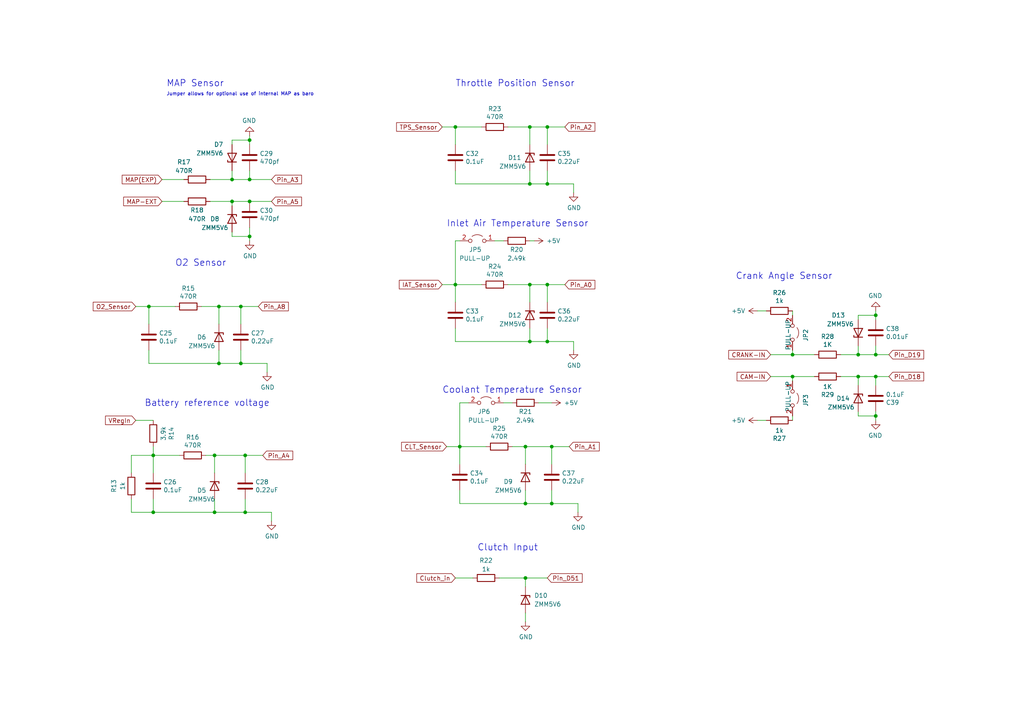
<source format=kicad_sch>
(kicad_sch (version 20211123) (generator eeschema)

  (uuid e6482c98-7180-465b-a9fb-180b58cd2b83)

  (paper "A4")

  (lib_symbols
    (symbol "Device:C" (pin_numbers hide) (pin_names (offset 0.254)) (in_bom yes) (on_board yes)
      (property "Reference" "C" (id 0) (at 0.635 2.54 0)
        (effects (font (size 1.27 1.27)) (justify left))
      )
      (property "Value" "C" (id 1) (at 0.635 -2.54 0)
        (effects (font (size 1.27 1.27)) (justify left))
      )
      (property "Footprint" "" (id 2) (at 0.9652 -3.81 0)
        (effects (font (size 1.27 1.27)) hide)
      )
      (property "Datasheet" "~" (id 3) (at 0 0 0)
        (effects (font (size 1.27 1.27)) hide)
      )
      (property "ki_keywords" "cap capacitor" (id 4) (at 0 0 0)
        (effects (font (size 1.27 1.27)) hide)
      )
      (property "ki_description" "Unpolarized capacitor" (id 5) (at 0 0 0)
        (effects (font (size 1.27 1.27)) hide)
      )
      (property "ki_fp_filters" "C_*" (id 6) (at 0 0 0)
        (effects (font (size 1.27 1.27)) hide)
      )
      (symbol "C_0_1"
        (polyline
          (pts
            (xy -2.032 -0.762)
            (xy 2.032 -0.762)
          )
          (stroke (width 0.508) (type default) (color 0 0 0 0))
          (fill (type none))
        )
        (polyline
          (pts
            (xy -2.032 0.762)
            (xy 2.032 0.762)
          )
          (stroke (width 0.508) (type default) (color 0 0 0 0))
          (fill (type none))
        )
      )
      (symbol "C_1_1"
        (pin passive line (at 0 3.81 270) (length 2.794)
          (name "~" (effects (font (size 1.27 1.27))))
          (number "1" (effects (font (size 1.27 1.27))))
        )
        (pin passive line (at 0 -3.81 90) (length 2.794)
          (name "~" (effects (font (size 1.27 1.27))))
          (number "2" (effects (font (size 1.27 1.27))))
        )
      )
    )
    (symbol "Device:D_Zener" (pin_numbers hide) (pin_names (offset 1.016) hide) (in_bom yes) (on_board yes)
      (property "Reference" "D" (id 0) (at 0 2.54 0)
        (effects (font (size 1.27 1.27)))
      )
      (property "Value" "D_Zener" (id 1) (at 0 -2.54 0)
        (effects (font (size 1.27 1.27)))
      )
      (property "Footprint" "" (id 2) (at 0 0 0)
        (effects (font (size 1.27 1.27)) hide)
      )
      (property "Datasheet" "~" (id 3) (at 0 0 0)
        (effects (font (size 1.27 1.27)) hide)
      )
      (property "ki_keywords" "diode" (id 4) (at 0 0 0)
        (effects (font (size 1.27 1.27)) hide)
      )
      (property "ki_description" "Zener diode" (id 5) (at 0 0 0)
        (effects (font (size 1.27 1.27)) hide)
      )
      (property "ki_fp_filters" "TO-???* *_Diode_* *SingleDiode* D_*" (id 6) (at 0 0 0)
        (effects (font (size 1.27 1.27)) hide)
      )
      (symbol "D_Zener_0_1"
        (polyline
          (pts
            (xy 1.27 0)
            (xy -1.27 0)
          )
          (stroke (width 0) (type default) (color 0 0 0 0))
          (fill (type none))
        )
        (polyline
          (pts
            (xy -1.27 -1.27)
            (xy -1.27 1.27)
            (xy -0.762 1.27)
          )
          (stroke (width 0.254) (type default) (color 0 0 0 0))
          (fill (type none))
        )
        (polyline
          (pts
            (xy 1.27 -1.27)
            (xy 1.27 1.27)
            (xy -1.27 0)
            (xy 1.27 -1.27)
          )
          (stroke (width 0.254) (type default) (color 0 0 0 0))
          (fill (type none))
        )
      )
      (symbol "D_Zener_1_1"
        (pin passive line (at -3.81 0 0) (length 2.54)
          (name "K" (effects (font (size 1.27 1.27))))
          (number "1" (effects (font (size 1.27 1.27))))
        )
        (pin passive line (at 3.81 0 180) (length 2.54)
          (name "A" (effects (font (size 1.27 1.27))))
          (number "2" (effects (font (size 1.27 1.27))))
        )
      )
    )
    (symbol "Device:R" (pin_numbers hide) (pin_names (offset 0)) (in_bom yes) (on_board yes)
      (property "Reference" "R" (id 0) (at 2.032 0 90)
        (effects (font (size 1.27 1.27)))
      )
      (property "Value" "R" (id 1) (at 0 0 90)
        (effects (font (size 1.27 1.27)))
      )
      (property "Footprint" "" (id 2) (at -1.778 0 90)
        (effects (font (size 1.27 1.27)) hide)
      )
      (property "Datasheet" "~" (id 3) (at 0 0 0)
        (effects (font (size 1.27 1.27)) hide)
      )
      (property "ki_keywords" "R res resistor" (id 4) (at 0 0 0)
        (effects (font (size 1.27 1.27)) hide)
      )
      (property "ki_description" "Resistor" (id 5) (at 0 0 0)
        (effects (font (size 1.27 1.27)) hide)
      )
      (property "ki_fp_filters" "R_*" (id 6) (at 0 0 0)
        (effects (font (size 1.27 1.27)) hide)
      )
      (symbol "R_0_1"
        (rectangle (start -1.016 -2.54) (end 1.016 2.54)
          (stroke (width 0.254) (type default) (color 0 0 0 0))
          (fill (type none))
        )
      )
      (symbol "R_1_1"
        (pin passive line (at 0 3.81 270) (length 1.27)
          (name "~" (effects (font (size 1.27 1.27))))
          (number "1" (effects (font (size 1.27 1.27))))
        )
        (pin passive line (at 0 -3.81 90) (length 1.27)
          (name "~" (effects (font (size 1.27 1.27))))
          (number "2" (effects (font (size 1.27 1.27))))
        )
      )
    )
    (symbol "Jumper:Jumper_2_Open" (pin_names (offset 0) hide) (in_bom yes) (on_board yes)
      (property "Reference" "JP" (id 0) (at 0 2.794 0)
        (effects (font (size 1.27 1.27)))
      )
      (property "Value" "Jumper_2_Open" (id 1) (at 0 -2.286 0)
        (effects (font (size 1.27 1.27)))
      )
      (property "Footprint" "" (id 2) (at 0 0 0)
        (effects (font (size 1.27 1.27)) hide)
      )
      (property "Datasheet" "~" (id 3) (at 0 0 0)
        (effects (font (size 1.27 1.27)) hide)
      )
      (property "ki_keywords" "Jumper SPST" (id 4) (at 0 0 0)
        (effects (font (size 1.27 1.27)) hide)
      )
      (property "ki_description" "Jumper, 2-pole, open" (id 5) (at 0 0 0)
        (effects (font (size 1.27 1.27)) hide)
      )
      (property "ki_fp_filters" "Jumper* TestPoint*2Pads* TestPoint*Bridge*" (id 6) (at 0 0 0)
        (effects (font (size 1.27 1.27)) hide)
      )
      (symbol "Jumper_2_Open_0_0"
        (circle (center -2.032 0) (radius 0.508)
          (stroke (width 0) (type default) (color 0 0 0 0))
          (fill (type none))
        )
        (circle (center 2.032 0) (radius 0.508)
          (stroke (width 0) (type default) (color 0 0 0 0))
          (fill (type none))
        )
      )
      (symbol "Jumper_2_Open_0_1"
        (arc (start 1.524 1.27) (mid 0 1.778) (end -1.524 1.27)
          (stroke (width 0) (type default) (color 0 0 0 0))
          (fill (type none))
        )
      )
      (symbol "Jumper_2_Open_1_1"
        (pin passive line (at -5.08 0 0) (length 2.54)
          (name "A" (effects (font (size 1.27 1.27))))
          (number "1" (effects (font (size 1.27 1.27))))
        )
        (pin passive line (at 5.08 0 180) (length 2.54)
          (name "B" (effects (font (size 1.27 1.27))))
          (number "2" (effects (font (size 1.27 1.27))))
        )
      )
    )
    (symbol "power:+5V" (power) (pin_names (offset 0)) (in_bom yes) (on_board yes)
      (property "Reference" "#PWR" (id 0) (at 0 -3.81 0)
        (effects (font (size 1.27 1.27)) hide)
      )
      (property "Value" "+5V" (id 1) (at 0 3.556 0)
        (effects (font (size 1.27 1.27)))
      )
      (property "Footprint" "" (id 2) (at 0 0 0)
        (effects (font (size 1.27 1.27)) hide)
      )
      (property "Datasheet" "" (id 3) (at 0 0 0)
        (effects (font (size 1.27 1.27)) hide)
      )
      (property "ki_keywords" "global power" (id 4) (at 0 0 0)
        (effects (font (size 1.27 1.27)) hide)
      )
      (property "ki_description" "Power symbol creates a global label with name \"+5V\"" (id 5) (at 0 0 0)
        (effects (font (size 1.27 1.27)) hide)
      )
      (symbol "+5V_0_1"
        (polyline
          (pts
            (xy -0.762 1.27)
            (xy 0 2.54)
          )
          (stroke (width 0) (type default) (color 0 0 0 0))
          (fill (type none))
        )
        (polyline
          (pts
            (xy 0 0)
            (xy 0 2.54)
          )
          (stroke (width 0) (type default) (color 0 0 0 0))
          (fill (type none))
        )
        (polyline
          (pts
            (xy 0 2.54)
            (xy 0.762 1.27)
          )
          (stroke (width 0) (type default) (color 0 0 0 0))
          (fill (type none))
        )
      )
      (symbol "+5V_1_1"
        (pin power_in line (at 0 0 90) (length 0) hide
          (name "+5V" (effects (font (size 1.27 1.27))))
          (number "1" (effects (font (size 1.27 1.27))))
        )
      )
    )
    (symbol "power:GND" (power) (pin_names (offset 0)) (in_bom yes) (on_board yes)
      (property "Reference" "#PWR" (id 0) (at 0 -6.35 0)
        (effects (font (size 1.27 1.27)) hide)
      )
      (property "Value" "GND" (id 1) (at 0 -3.81 0)
        (effects (font (size 1.27 1.27)))
      )
      (property "Footprint" "" (id 2) (at 0 0 0)
        (effects (font (size 1.27 1.27)) hide)
      )
      (property "Datasheet" "" (id 3) (at 0 0 0)
        (effects (font (size 1.27 1.27)) hide)
      )
      (property "ki_keywords" "power-flag" (id 4) (at 0 0 0)
        (effects (font (size 1.27 1.27)) hide)
      )
      (property "ki_description" "Power symbol creates a global label with name \"GND\" , ground" (id 5) (at 0 0 0)
        (effects (font (size 1.27 1.27)) hide)
      )
      (symbol "GND_0_1"
        (polyline
          (pts
            (xy 0 0)
            (xy 0 -1.27)
            (xy 1.27 -1.27)
            (xy 0 -2.54)
            (xy -1.27 -1.27)
            (xy 0 -1.27)
          )
          (stroke (width 0) (type default) (color 0 0 0 0))
          (fill (type none))
        )
      )
      (symbol "GND_1_1"
        (pin power_in line (at 0 0 270) (length 0) hide
          (name "GND" (effects (font (size 1.27 1.27))))
          (number "1" (effects (font (size 1.27 1.27))))
        )
      )
    )
  )

  (junction (at 71.12 132.08) (diameter 0) (color 0 0 0 0)
    (uuid 0178ab9f-6082-4cab-adc6-90b8caa47208)
  )
  (junction (at 158.75 53.34) (diameter 0) (color 0 0 0 0)
    (uuid 0498f60a-2d69-4160-92a7-2dcaac2fef0e)
  )
  (junction (at 229.87 102.87) (diameter 0) (color 0 0 0 0)
    (uuid 083b908c-7cb0-4943-ba50-9655a4b7c06d)
  )
  (junction (at 63.5 88.9) (diameter 0) (color 0 0 0 0)
    (uuid 0b68ace3-acdd-4e1f-ab6a-00cc3195497c)
  )
  (junction (at 152.4 146.05) (diameter 0) (color 0 0 0 0)
    (uuid 17133a28-54c4-49c5-aaa3-3786d8899906)
  )
  (junction (at 63.5 105.41) (diameter 0) (color 0 0 0 0)
    (uuid 1ba854e7-b918-4fad-8169-47535242d75e)
  )
  (junction (at 43.18 88.9) (diameter 0) (color 0 0 0 0)
    (uuid 215a1f7d-f1d3-46db-90d2-94e08b95a5ae)
  )
  (junction (at 158.75 82.55) (diameter 0) (color 0 0 0 0)
    (uuid 24f86348-061e-4f48-926d-7d5bb052553f)
  )
  (junction (at 158.75 99.06) (diameter 0) (color 0 0 0 0)
    (uuid 263f772b-c433-443d-9b3c-07696e5804b4)
  )
  (junction (at 67.31 52.07) (diameter 0) (color 0 0 0 0)
    (uuid 27678884-6075-46e6-9b92-e6718e537e00)
  )
  (junction (at 72.39 68.58) (diameter 0) (color 0 0 0 0)
    (uuid 3322f4ec-8d17-4f6b-8d34-8dca9eadf935)
  )
  (junction (at 248.92 102.87) (diameter 0) (color 0 0 0 0)
    (uuid 431c3886-bd47-4836-b8f0-6a7dbd168cce)
  )
  (junction (at 160.02 146.05) (diameter 0) (color 0 0 0 0)
    (uuid 4eac9d40-5b68-4623-8621-c8b4fa20a4e2)
  )
  (junction (at 44.45 132.08) (diameter 0) (color 0 0 0 0)
    (uuid 503f1c60-e665-41c2-91df-a4cc7ad82940)
  )
  (junction (at 132.08 36.83) (diameter 0) (color 0 0 0 0)
    (uuid 52ef58ff-bdc8-4613-a583-04e220ce6ac4)
  )
  (junction (at 254 120.65) (diameter 0) (color 0 0 0 0)
    (uuid 547b8395-a3a5-4445-ad46-0888a5f819a2)
  )
  (junction (at 62.23 132.08) (diameter 0) (color 0 0 0 0)
    (uuid 6a0fc78c-92f6-46c0-acbc-5112419ab7db)
  )
  (junction (at 254 102.87) (diameter 0) (color 0 0 0 0)
    (uuid 749f975b-aa9a-4c84-9601-d379383be33a)
  )
  (junction (at 71.12 148.59) (diameter 0) (color 0 0 0 0)
    (uuid 75ad82f9-88c7-49ed-90fd-becdf492c999)
  )
  (junction (at 72.39 58.42) (diameter 0) (color 0 0 0 0)
    (uuid 7b4bd252-8203-49f7-b184-d4e57567d50a)
  )
  (junction (at 72.39 40.64) (diameter 0) (color 0 0 0 0)
    (uuid 85af1912-1ff2-4cf0-83cf-3c13d255761a)
  )
  (junction (at 254 109.22) (diameter 0) (color 0 0 0 0)
    (uuid 923edaf0-9c39-46e7-824b-11e5473c2800)
  )
  (junction (at 153.67 82.55) (diameter 0) (color 0 0 0 0)
    (uuid 96a95ccc-d574-4509-88e2-cff6a1d77a9a)
  )
  (junction (at 132.08 82.55) (diameter 0) (color 0 0 0 0)
    (uuid 97e694fc-c6d7-43b4-99fa-bb0877bff49b)
  )
  (junction (at 158.75 36.83) (diameter 0) (color 0 0 0 0)
    (uuid 9ce6a1b4-a9a9-4abd-9829-612a497f2b0b)
  )
  (junction (at 69.85 105.41) (diameter 0) (color 0 0 0 0)
    (uuid a54b32ee-73d7-49bc-b121-5ba524cf2d26)
  )
  (junction (at 152.4 167.64) (diameter 0) (color 0 0 0 0)
    (uuid ac9242b5-107a-4285-8481-aa2e16e00516)
  )
  (junction (at 248.92 109.22) (diameter 0) (color 0 0 0 0)
    (uuid b21f1f30-95f0-468a-9c9b-1af30d1d841e)
  )
  (junction (at 62.23 148.59) (diameter 0) (color 0 0 0 0)
    (uuid b7717b7d-33ef-4392-aa87-3d3bd80dc076)
  )
  (junction (at 152.4 129.54) (diameter 0) (color 0 0 0 0)
    (uuid bae567d3-27c3-4767-b74d-a8b7ffecba3c)
  )
  (junction (at 44.45 148.59) (diameter 0) (color 0 0 0 0)
    (uuid bbe38d9b-962a-43be-b7a4-4038350d5996)
  )
  (junction (at 254 91.44) (diameter 0) (color 0 0 0 0)
    (uuid bce8e8ea-076e-4f46-94ed-3c52cf993f91)
  )
  (junction (at 67.31 58.42) (diameter 0) (color 0 0 0 0)
    (uuid bd1884f6-4f26-49af-b37d-ceef419e2e4b)
  )
  (junction (at 229.87 109.22) (diameter 0) (color 0 0 0 0)
    (uuid c54c9d9a-41b0-47dc-8b60-d6bc7a7a6327)
  )
  (junction (at 153.67 99.06) (diameter 0) (color 0 0 0 0)
    (uuid cf6f7977-c1ab-467b-a937-4bf0276d5072)
  )
  (junction (at 153.67 53.34) (diameter 0) (color 0 0 0 0)
    (uuid cfff1c2b-8c67-4963-9216-1103e9f90302)
  )
  (junction (at 153.67 36.83) (diameter 0) (color 0 0 0 0)
    (uuid d9408ec3-cd27-47d0-b4b5-e985d7ed5197)
  )
  (junction (at 133.35 129.54) (diameter 0) (color 0 0 0 0)
    (uuid da473487-6eda-4e6b-b6df-6d274fbe648f)
  )
  (junction (at 69.85 88.9) (diameter 0) (color 0 0 0 0)
    (uuid de809163-c1c5-4221-88db-84ab1c3e8e2f)
  )
  (junction (at 160.02 129.54) (diameter 0) (color 0 0 0 0)
    (uuid eac48015-0fe4-4bf0-9722-10197e1bc605)
  )
  (junction (at 72.39 52.07) (diameter 0) (color 0 0 0 0)
    (uuid ef47bed1-a637-4695-a458-1e9a718fa217)
  )

  (wire (pts (xy 153.67 69.85) (xy 154.94 69.85))
    (stroke (width 0) (type default) (color 0 0 0 0))
    (uuid 001e1c35-47de-43ad-bb91-afcb02914792)
  )
  (wire (pts (xy 153.67 82.55) (xy 158.75 82.55))
    (stroke (width 0) (type default) (color 0 0 0 0))
    (uuid 0037efda-368d-45d7-b785-0e715dc70184)
  )
  (wire (pts (xy 152.4 146.05) (xy 160.02 146.05))
    (stroke (width 0) (type default) (color 0 0 0 0))
    (uuid 041e15fe-79af-4dca-8dfd-d047f1b91638)
  )
  (wire (pts (xy 152.4 129.54) (xy 160.02 129.54))
    (stroke (width 0) (type default) (color 0 0 0 0))
    (uuid 0427c87f-8db7-4c4b-a707-d02cc586e919)
  )
  (wire (pts (xy 129.54 129.54) (xy 133.35 129.54))
    (stroke (width 0) (type default) (color 0 0 0 0))
    (uuid 049c92ed-5210-40bb-955c-4f5eff1023c8)
  )
  (wire (pts (xy 153.67 95.25) (xy 153.67 99.06))
    (stroke (width 0) (type default) (color 0 0 0 0))
    (uuid 05f17705-d4ac-488c-8cf8-75db726e5035)
  )
  (wire (pts (xy 67.31 67.31) (xy 67.31 68.58))
    (stroke (width 0) (type default) (color 0 0 0 0))
    (uuid 05f41c25-461c-4db7-9713-821890453f27)
  )
  (wire (pts (xy 248.92 109.22) (xy 248.92 111.76))
    (stroke (width 0) (type default) (color 0 0 0 0))
    (uuid 0901f8e3-d823-4d09-95b6-ab114215b491)
  )
  (wire (pts (xy 254 90.17) (xy 254 91.44))
    (stroke (width 0) (type default) (color 0 0 0 0))
    (uuid 0babf35f-312c-49ab-9c61-1674510e750d)
  )
  (wire (pts (xy 135.89 116.84) (xy 133.35 116.84))
    (stroke (width 0) (type default) (color 0 0 0 0))
    (uuid 0dd3ba0d-261b-47d4-bafb-c22f2715659b)
  )
  (wire (pts (xy 72.39 52.07) (xy 72.39 49.53))
    (stroke (width 0) (type default) (color 0 0 0 0))
    (uuid 0de836a3-a72a-475a-b2b0-21ceafa70606)
  )
  (wire (pts (xy 148.59 129.54) (xy 152.4 129.54))
    (stroke (width 0) (type default) (color 0 0 0 0))
    (uuid 12c955f9-c174-43ab-bf93-9122f85306a9)
  )
  (wire (pts (xy 132.08 53.34) (xy 153.67 53.34))
    (stroke (width 0) (type default) (color 0 0 0 0))
    (uuid 12d1b067-7ecf-4155-8bc2-97679bf59e3e)
  )
  (wire (pts (xy 133.35 142.24) (xy 133.35 146.05))
    (stroke (width 0) (type default) (color 0 0 0 0))
    (uuid 1540238f-5228-4f48-aad3-0d1e4e07f637)
  )
  (wire (pts (xy 248.92 109.22) (xy 254 109.22))
    (stroke (width 0) (type default) (color 0 0 0 0))
    (uuid 16d09aee-8c63-473f-a42a-1bf54c91e6a1)
  )
  (wire (pts (xy 62.23 132.08) (xy 71.12 132.08))
    (stroke (width 0) (type default) (color 0 0 0 0))
    (uuid 1783e292-8ea9-4cb9-a543-bc4772b4d5bf)
  )
  (wire (pts (xy 62.23 144.78) (xy 62.23 148.59))
    (stroke (width 0) (type default) (color 0 0 0 0))
    (uuid 1aaa9d5a-c9db-4cb0-8ee2-d2eb050529cf)
  )
  (wire (pts (xy 143.51 69.85) (xy 146.05 69.85))
    (stroke (width 0) (type default) (color 0 0 0 0))
    (uuid 1f4f2a04-2b49-447f-a5a0-cb0e658d57d5)
  )
  (wire (pts (xy 158.75 53.34) (xy 166.37 53.34))
    (stroke (width 0) (type default) (color 0 0 0 0))
    (uuid 21c8f2d0-eed8-493a-a0ac-0b3869d239da)
  )
  (wire (pts (xy 69.85 88.9) (xy 69.85 93.98))
    (stroke (width 0) (type default) (color 0 0 0 0))
    (uuid 22037f75-5611-4a7e-bf3e-127e28ace70f)
  )
  (wire (pts (xy 63.5 88.9) (xy 69.85 88.9))
    (stroke (width 0) (type default) (color 0 0 0 0))
    (uuid 2326f9af-76fa-42b9-9a4a-479068156e93)
  )
  (wire (pts (xy 160.02 146.05) (xy 167.64 146.05))
    (stroke (width 0) (type default) (color 0 0 0 0))
    (uuid 24ac329f-eda5-4b7f-9ec3-b5bfb2543a36)
  )
  (wire (pts (xy 77.47 105.41) (xy 77.47 107.95))
    (stroke (width 0) (type default) (color 0 0 0 0))
    (uuid 261fbc4b-b171-4d57-9096-2263d7b98169)
  )
  (wire (pts (xy 132.08 69.85) (xy 132.08 82.55))
    (stroke (width 0) (type default) (color 0 0 0 0))
    (uuid 273301ed-2d59-445a-ae4a-1dca9a8cb2d4)
  )
  (wire (pts (xy 152.4 142.24) (xy 152.4 146.05))
    (stroke (width 0) (type default) (color 0 0 0 0))
    (uuid 27e3ed2d-9585-46a6-8132-5dd3f6165132)
  )
  (wire (pts (xy 153.67 82.55) (xy 153.67 87.63))
    (stroke (width 0) (type default) (color 0 0 0 0))
    (uuid 28a7c7b2-374a-45cf-ba68-a0c1b73a4207)
  )
  (wire (pts (xy 243.84 102.87) (xy 248.92 102.87))
    (stroke (width 0) (type default) (color 0 0 0 0))
    (uuid 2e001f75-1655-4e99-82fe-6c5ee39ccb27)
  )
  (wire (pts (xy 152.4 167.64) (xy 158.75 167.64))
    (stroke (width 0) (type default) (color 0 0 0 0))
    (uuid 3121a99e-849b-4051-aa3b-a1a9eb9d1d65)
  )
  (wire (pts (xy 147.32 82.55) (xy 153.67 82.55))
    (stroke (width 0) (type default) (color 0 0 0 0))
    (uuid 348c48c1-d80c-49eb-b2da-bef163dd900d)
  )
  (wire (pts (xy 133.35 134.62) (xy 133.35 129.54))
    (stroke (width 0) (type default) (color 0 0 0 0))
    (uuid 38002895-ff05-419f-90c3-903481d1d667)
  )
  (wire (pts (xy 133.35 146.05) (xy 152.4 146.05))
    (stroke (width 0) (type default) (color 0 0 0 0))
    (uuid 38222679-5727-4761-8760-71ff1f065f15)
  )
  (wire (pts (xy 44.45 129.54) (xy 44.45 132.08))
    (stroke (width 0) (type default) (color 0 0 0 0))
    (uuid 3b8a778b-c861-4b95-9e85-ebf7eaed9d4a)
  )
  (wire (pts (xy 69.85 105.41) (xy 77.47 105.41))
    (stroke (width 0) (type default) (color 0 0 0 0))
    (uuid 3f0f176c-f12c-4ddc-b395-4b8ea46c6b60)
  )
  (wire (pts (xy 248.92 91.44) (xy 254 91.44))
    (stroke (width 0) (type default) (color 0 0 0 0))
    (uuid 41893ad4-00d9-4877-a8ba-b4f5461e51c5)
  )
  (wire (pts (xy 71.12 132.08) (xy 71.12 137.16))
    (stroke (width 0) (type default) (color 0 0 0 0))
    (uuid 41ed9ffc-685e-4d20-971e-b808d8eee868)
  )
  (wire (pts (xy 163.83 82.55) (xy 158.75 82.55))
    (stroke (width 0) (type default) (color 0 0 0 0))
    (uuid 41fd714a-fa3e-4db1-adaa-a0c60474f4a6)
  )
  (wire (pts (xy 43.18 105.41) (xy 63.5 105.41))
    (stroke (width 0) (type default) (color 0 0 0 0))
    (uuid 4259ecbd-f35e-409c-837b-b61e8ae379e6)
  )
  (wire (pts (xy 152.4 170.18) (xy 152.4 167.64))
    (stroke (width 0) (type default) (color 0 0 0 0))
    (uuid 42a0c77b-ee72-4c26-a3c3-dcef6bb8ba5b)
  )
  (wire (pts (xy 167.64 146.05) (xy 167.64 148.59))
    (stroke (width 0) (type default) (color 0 0 0 0))
    (uuid 42a27ad8-d06d-48fa-8d4b-d5df456595f3)
  )
  (wire (pts (xy 44.45 144.78) (xy 44.45 148.59))
    (stroke (width 0) (type default) (color 0 0 0 0))
    (uuid 43456bac-d3fc-4e13-a169-353a8430fc22)
  )
  (wire (pts (xy 248.92 100.33) (xy 248.92 102.87))
    (stroke (width 0) (type default) (color 0 0 0 0))
    (uuid 4985b69f-5bdd-4d31-9a34-00c3f6d278f1)
  )
  (wire (pts (xy 71.12 148.59) (xy 78.74 148.59))
    (stroke (width 0) (type default) (color 0 0 0 0))
    (uuid 49c7fd3d-81bf-4ba1-be83-17cb832c2028)
  )
  (wire (pts (xy 46.99 58.42) (xy 53.34 58.42))
    (stroke (width 0) (type default) (color 0 0 0 0))
    (uuid 4a87b9b2-6b86-451d-9917-88812f80957d)
  )
  (wire (pts (xy 44.45 137.16) (xy 44.45 132.08))
    (stroke (width 0) (type default) (color 0 0 0 0))
    (uuid 4bdac61c-529c-4f23-a048-c3195d3d798b)
  )
  (wire (pts (xy 166.37 53.34) (xy 166.37 55.88))
    (stroke (width 0) (type default) (color 0 0 0 0))
    (uuid 4f3db63f-d092-4426-bdec-585893a16576)
  )
  (wire (pts (xy 58.42 88.9) (xy 63.5 88.9))
    (stroke (width 0) (type default) (color 0 0 0 0))
    (uuid 50bea4f6-f385-43ee-bc50-9997ce7b13b9)
  )
  (wire (pts (xy 254 120.65) (xy 254 119.38))
    (stroke (width 0) (type default) (color 0 0 0 0))
    (uuid 51ccc8cf-294c-4f7d-86d0-d30ee583c6f3)
  )
  (wire (pts (xy 158.75 49.53) (xy 158.75 53.34))
    (stroke (width 0) (type default) (color 0 0 0 0))
    (uuid 538f9288-a80c-42f5-afc1-fcaa439222da)
  )
  (wire (pts (xy 160.02 129.54) (xy 160.02 134.62))
    (stroke (width 0) (type default) (color 0 0 0 0))
    (uuid 58af2d24-43c2-469a-a5e7-694f9a9db202)
  )
  (wire (pts (xy 156.21 116.84) (xy 160.02 116.84))
    (stroke (width 0) (type default) (color 0 0 0 0))
    (uuid 5d94da1c-0bc0-4b1b-a995-e19748fbb85a)
  )
  (wire (pts (xy 223.52 109.22) (xy 229.87 109.22))
    (stroke (width 0) (type default) (color 0 0 0 0))
    (uuid 5e05c843-7393-429e-9031-16a4d9dd2a5d)
  )
  (wire (pts (xy 132.08 99.06) (xy 153.67 99.06))
    (stroke (width 0) (type default) (color 0 0 0 0))
    (uuid 5ee347d7-4adc-4e40-b9a3-2434a92715cd)
  )
  (wire (pts (xy 72.39 40.64) (xy 72.39 41.91))
    (stroke (width 0) (type default) (color 0 0 0 0))
    (uuid 5f082bf2-e01d-4cea-abc1-5796eb6007cf)
  )
  (wire (pts (xy 132.08 167.64) (xy 137.16 167.64))
    (stroke (width 0) (type default) (color 0 0 0 0))
    (uuid 5f5a1eea-5a2d-4316-a306-c7a0aa23d3e1)
  )
  (wire (pts (xy 229.87 90.17) (xy 229.87 91.44))
    (stroke (width 0) (type default) (color 0 0 0 0))
    (uuid 6152c61c-d452-48b0-aeee-f1e3fd176f9e)
  )
  (wire (pts (xy 254 121.92) (xy 254 120.65))
    (stroke (width 0) (type default) (color 0 0 0 0))
    (uuid 657f54a7-9b40-41e3-9a5c-2e5e20273de6)
  )
  (wire (pts (xy 257.81 109.22) (xy 254 109.22))
    (stroke (width 0) (type default) (color 0 0 0 0))
    (uuid 660f053b-a9ab-4273-a987-9a32acb446b4)
  )
  (wire (pts (xy 78.74 148.59) (xy 78.74 151.13))
    (stroke (width 0) (type default) (color 0 0 0 0))
    (uuid 668759c9-e81b-4364-ada7-1309e8e5af06)
  )
  (wire (pts (xy 132.08 49.53) (xy 132.08 53.34))
    (stroke (width 0) (type default) (color 0 0 0 0))
    (uuid 6793f289-1d8d-4a28-b589-6a0661e82cd6)
  )
  (wire (pts (xy 248.92 120.65) (xy 254 120.65))
    (stroke (width 0) (type default) (color 0 0 0 0))
    (uuid 67f88d74-da97-4ae1-a727-dc780fce09a5)
  )
  (wire (pts (xy 67.31 58.42) (xy 72.39 58.42))
    (stroke (width 0) (type default) (color 0 0 0 0))
    (uuid 6967ee72-ad20-4360-8e72-da2d37fe15a0)
  )
  (wire (pts (xy 152.4 129.54) (xy 152.4 134.62))
    (stroke (width 0) (type default) (color 0 0 0 0))
    (uuid 6bcf43a1-8829-4dbf-98bc-01c917e4049e)
  )
  (wire (pts (xy 165.1 129.54) (xy 160.02 129.54))
    (stroke (width 0) (type default) (color 0 0 0 0))
    (uuid 6dc0325b-b853-4556-9e3e-6ff86c9007a5)
  )
  (wire (pts (xy 62.23 148.59) (xy 71.12 148.59))
    (stroke (width 0) (type default) (color 0 0 0 0))
    (uuid 6e69441e-d118-46c8-90d2-d2b6d03694a7)
  )
  (wire (pts (xy 158.75 95.25) (xy 158.75 99.06))
    (stroke (width 0) (type default) (color 0 0 0 0))
    (uuid 704c2009-7bb0-4105-9060-847ce3beeb03)
  )
  (wire (pts (xy 67.31 40.64) (xy 72.39 40.64))
    (stroke (width 0) (type default) (color 0 0 0 0))
    (uuid 7058ba59-ae29-4bc9-af25-24b267534241)
  )
  (wire (pts (xy 229.87 109.22) (xy 236.22 109.22))
    (stroke (width 0) (type default) (color 0 0 0 0))
    (uuid 76248f56-80d0-478c-a932-3e3636e4cd3b)
  )
  (wire (pts (xy 38.1 132.08) (xy 44.45 132.08))
    (stroke (width 0) (type default) (color 0 0 0 0))
    (uuid 7652a8a9-71bc-4b54-ae2d-74b413308148)
  )
  (wire (pts (xy 67.31 58.42) (xy 67.31 59.69))
    (stroke (width 0) (type default) (color 0 0 0 0))
    (uuid 7b463316-9b4a-47e6-8f88-08ed93a9e1ef)
  )
  (wire (pts (xy 71.12 144.78) (xy 71.12 148.59))
    (stroke (width 0) (type default) (color 0 0 0 0))
    (uuid 7b77318a-e263-45db-8739-d1ba2504d26d)
  )
  (wire (pts (xy 128.27 36.83) (xy 132.08 36.83))
    (stroke (width 0) (type default) (color 0 0 0 0))
    (uuid 7bf2d51e-6bfd-4f9c-8876-298076b815eb)
  )
  (wire (pts (xy 144.78 167.64) (xy 152.4 167.64))
    (stroke (width 0) (type default) (color 0 0 0 0))
    (uuid 7c8b837e-e885-4843-a94d-80f803483c6f)
  )
  (wire (pts (xy 62.23 137.16) (xy 62.23 132.08))
    (stroke (width 0) (type default) (color 0 0 0 0))
    (uuid 7e479e67-b187-4e0b-8749-6c240f2d5915)
  )
  (wire (pts (xy 132.08 36.83) (xy 139.7 36.83))
    (stroke (width 0) (type default) (color 0 0 0 0))
    (uuid 7f225719-2f48-4c85-85a8-957906e10b50)
  )
  (wire (pts (xy 132.08 87.63) (xy 132.08 82.55))
    (stroke (width 0) (type default) (color 0 0 0 0))
    (uuid 7f58295d-ef8e-4ede-b895-9ee1b3630414)
  )
  (wire (pts (xy 219.71 90.17) (xy 222.25 90.17))
    (stroke (width 0) (type default) (color 0 0 0 0))
    (uuid 80ac300b-4acc-4b3d-9760-67dc32255141)
  )
  (wire (pts (xy 243.84 109.22) (xy 248.92 109.22))
    (stroke (width 0) (type default) (color 0 0 0 0))
    (uuid 823907f3-160b-42f8-86b6-44f2fd0312a9)
  )
  (wire (pts (xy 46.99 52.07) (xy 53.34 52.07))
    (stroke (width 0) (type default) (color 0 0 0 0))
    (uuid 84473463-fd9d-48c1-88be-a38a84979778)
  )
  (wire (pts (xy 158.75 82.55) (xy 158.75 87.63))
    (stroke (width 0) (type default) (color 0 0 0 0))
    (uuid 86a31a08-3d8b-403c-bc26-bc73fb52d47e)
  )
  (wire (pts (xy 254 109.22) (xy 254 111.76))
    (stroke (width 0) (type default) (color 0 0 0 0))
    (uuid 877ada16-8823-4823-baef-ecc6e79c2bf7)
  )
  (wire (pts (xy 133.35 129.54) (xy 140.97 129.54))
    (stroke (width 0) (type default) (color 0 0 0 0))
    (uuid 889333c0-2af5-482b-8cde-3452c6b02929)
  )
  (wire (pts (xy 38.1 148.59) (xy 44.45 148.59))
    (stroke (width 0) (type default) (color 0 0 0 0))
    (uuid 88bfebba-c21d-4e1a-a01a-4884267ff039)
  )
  (wire (pts (xy 146.05 116.84) (xy 148.59 116.84))
    (stroke (width 0) (type default) (color 0 0 0 0))
    (uuid 8bdccbfb-3e56-4f2a-981d-03bf46bb3db4)
  )
  (wire (pts (xy 63.5 101.6) (xy 63.5 105.41))
    (stroke (width 0) (type default) (color 0 0 0 0))
    (uuid 8e40541f-abea-4494-8386-efc2081cfc89)
  )
  (wire (pts (xy 67.31 41.91) (xy 67.31 40.64))
    (stroke (width 0) (type default) (color 0 0 0 0))
    (uuid 928ad513-cb59-4706-a7d6-662fc08eb0fb)
  )
  (wire (pts (xy 39.37 88.9) (xy 43.18 88.9))
    (stroke (width 0) (type default) (color 0 0 0 0))
    (uuid 9741ff2c-297b-43e7-b255-180c81e510a0)
  )
  (wire (pts (xy 44.45 148.59) (xy 62.23 148.59))
    (stroke (width 0) (type default) (color 0 0 0 0))
    (uuid 989d6377-921c-4240-a29d-d9909ef53b95)
  )
  (wire (pts (xy 74.93 88.9) (xy 69.85 88.9))
    (stroke (width 0) (type default) (color 0 0 0 0))
    (uuid 997de895-1862-4d80-9bea-bb389ae3f83e)
  )
  (wire (pts (xy 158.75 36.83) (xy 158.75 41.91))
    (stroke (width 0) (type default) (color 0 0 0 0))
    (uuid 9e45da66-fc6f-4bcb-93c0-2ff907324fe5)
  )
  (wire (pts (xy 132.08 82.55) (xy 139.7 82.55))
    (stroke (width 0) (type default) (color 0 0 0 0))
    (uuid 9e82b605-f9c3-42be-aadc-8d44e24b0a83)
  )
  (wire (pts (xy 72.39 69.85) (xy 72.39 68.58))
    (stroke (width 0) (type default) (color 0 0 0 0))
    (uuid a0c31391-74d2-42b3-9e35-a8db5da516a0)
  )
  (wire (pts (xy 39.37 121.92) (xy 44.45 121.92))
    (stroke (width 0) (type default) (color 0 0 0 0))
    (uuid a2d38025-aeb8-4d93-843d-1d6776128232)
  )
  (wire (pts (xy 229.87 101.6) (xy 229.87 102.87))
    (stroke (width 0) (type default) (color 0 0 0 0))
    (uuid a3a67a79-805a-436c-9c8e-02c4e03b9c1e)
  )
  (wire (pts (xy 72.39 58.42) (xy 78.74 58.42))
    (stroke (width 0) (type default) (color 0 0 0 0))
    (uuid a4481659-8065-48cb-9386-28a678b581fa)
  )
  (wire (pts (xy 63.5 105.41) (xy 69.85 105.41))
    (stroke (width 0) (type default) (color 0 0 0 0))
    (uuid a5425ea0-7e30-4e33-9935-71024b8787c6)
  )
  (wire (pts (xy 248.92 119.38) (xy 248.92 120.65))
    (stroke (width 0) (type default) (color 0 0 0 0))
    (uuid a9101d4b-001a-41d0-a032-e4dece61e430)
  )
  (wire (pts (xy 153.67 49.53) (xy 153.67 53.34))
    (stroke (width 0) (type default) (color 0 0 0 0))
    (uuid a9912c4a-1032-4932-8411-28264489a318)
  )
  (wire (pts (xy 128.27 82.55) (xy 132.08 82.55))
    (stroke (width 0) (type default) (color 0 0 0 0))
    (uuid abab09b6-8fe5-4303-b268-5b132a0ee903)
  )
  (wire (pts (xy 257.81 102.87) (xy 254 102.87))
    (stroke (width 0) (type default) (color 0 0 0 0))
    (uuid b004a010-85b9-43aa-8b1f-907a959e7511)
  )
  (wire (pts (xy 223.52 102.87) (xy 229.87 102.87))
    (stroke (width 0) (type default) (color 0 0 0 0))
    (uuid b1805275-d0aa-4b5f-97e7-584ecb0bc7af)
  )
  (wire (pts (xy 229.87 102.87) (xy 236.22 102.87))
    (stroke (width 0) (type default) (color 0 0 0 0))
    (uuid b3ee87f7-c21f-4f66-95e1-bcc1233d0611)
  )
  (wire (pts (xy 163.83 36.83) (xy 158.75 36.83))
    (stroke (width 0) (type default) (color 0 0 0 0))
    (uuid b60d51aa-42b7-4151-8ec4-2207e17ff97f)
  )
  (wire (pts (xy 158.75 99.06) (xy 166.37 99.06))
    (stroke (width 0) (type default) (color 0 0 0 0))
    (uuid b6f6d1b7-fbf7-4ba5-9139-2232c3634c2f)
  )
  (wire (pts (xy 133.35 69.85) (xy 132.08 69.85))
    (stroke (width 0) (type default) (color 0 0 0 0))
    (uuid b870d421-d59c-42f9-9c28-46d921c5c400)
  )
  (wire (pts (xy 67.31 68.58) (xy 72.39 68.58))
    (stroke (width 0) (type default) (color 0 0 0 0))
    (uuid b9004dcf-f4b9-4b82-8173-df3b81fbff00)
  )
  (wire (pts (xy 166.37 99.06) (xy 166.37 101.6))
    (stroke (width 0) (type default) (color 0 0 0 0))
    (uuid bc36ac7d-13ee-45cb-85e8-95febe1023ec)
  )
  (wire (pts (xy 63.5 88.9) (xy 63.5 93.98))
    (stroke (width 0) (type default) (color 0 0 0 0))
    (uuid bd147c74-a108-4d4d-a220-22781b9ac9f0)
  )
  (wire (pts (xy 132.08 95.25) (xy 132.08 99.06))
    (stroke (width 0) (type default) (color 0 0 0 0))
    (uuid be76b5c4-e89f-42f2-9826-07ab3b3ee4fc)
  )
  (wire (pts (xy 60.96 58.42) (xy 67.31 58.42))
    (stroke (width 0) (type default) (color 0 0 0 0))
    (uuid bff60984-7cb5-4da4-b1e0-0044c4454bcf)
  )
  (wire (pts (xy 44.45 132.08) (xy 52.07 132.08))
    (stroke (width 0) (type default) (color 0 0 0 0))
    (uuid c1eb9356-004c-4adc-9e60-2005d623f01b)
  )
  (wire (pts (xy 76.2 132.08) (xy 71.12 132.08))
    (stroke (width 0) (type default) (color 0 0 0 0))
    (uuid c4e5333c-7976-48e5-9225-aaecb23a9abc)
  )
  (wire (pts (xy 60.96 52.07) (xy 67.31 52.07))
    (stroke (width 0) (type default) (color 0 0 0 0))
    (uuid c54ddbe7-14c7-4a68-9568-28aa4efaf03b)
  )
  (wire (pts (xy 43.18 88.9) (xy 50.8 88.9))
    (stroke (width 0) (type default) (color 0 0 0 0))
    (uuid c78317ae-b0d3-4a0a-963a-2bc10d58c645)
  )
  (wire (pts (xy 38.1 137.16) (xy 38.1 132.08))
    (stroke (width 0) (type default) (color 0 0 0 0))
    (uuid c9a70ea1-cc28-4628-a80d-adfcf39c0efc)
  )
  (wire (pts (xy 38.1 144.78) (xy 38.1 148.59))
    (stroke (width 0) (type default) (color 0 0 0 0))
    (uuid cc80b49a-ac1c-4b45-a010-a49405b13eb2)
  )
  (wire (pts (xy 147.32 36.83) (xy 153.67 36.83))
    (stroke (width 0) (type default) (color 0 0 0 0))
    (uuid cefcdb60-c4f7-4ffd-ac32-39e10ab7600e)
  )
  (wire (pts (xy 219.71 121.92) (xy 222.25 121.92))
    (stroke (width 0) (type default) (color 0 0 0 0))
    (uuid cf54443f-f537-480f-be36-b4e015e60512)
  )
  (wire (pts (xy 152.4 180.34) (xy 152.4 177.8))
    (stroke (width 0) (type default) (color 0 0 0 0))
    (uuid d01851e5-2a26-4c6a-b96a-149e4d67c3eb)
  )
  (wire (pts (xy 72.39 68.58) (xy 72.39 66.04))
    (stroke (width 0) (type default) (color 0 0 0 0))
    (uuid d5007e1e-7ed3-4c1b-969c-506b3ff950a4)
  )
  (wire (pts (xy 133.35 116.84) (xy 133.35 129.54))
    (stroke (width 0) (type default) (color 0 0 0 0))
    (uuid da97fe6a-78ae-40ec-8a3e-b1225c3c75f9)
  )
  (wire (pts (xy 160.02 142.24) (xy 160.02 146.05))
    (stroke (width 0) (type default) (color 0 0 0 0))
    (uuid db3b3e2e-951f-4ba3-ad45-ab750afa5ccb)
  )
  (wire (pts (xy 153.67 36.83) (xy 158.75 36.83))
    (stroke (width 0) (type default) (color 0 0 0 0))
    (uuid dedbc003-2ebc-4c92-a71f-d4ed4f93b7bd)
  )
  (wire (pts (xy 59.69 132.08) (xy 62.23 132.08))
    (stroke (width 0) (type default) (color 0 0 0 0))
    (uuid e1757c25-83f8-4e5d-babf-325c2e8ebfb1)
  )
  (wire (pts (xy 69.85 101.6) (xy 69.85 105.41))
    (stroke (width 0) (type default) (color 0 0 0 0))
    (uuid e1b5eb58-e82a-4535-ac47-3520a99b9982)
  )
  (wire (pts (xy 72.39 39.37) (xy 72.39 40.64))
    (stroke (width 0) (type default) (color 0 0 0 0))
    (uuid e358d68f-7a16-4b90-81e9-0cb35f5564f8)
  )
  (wire (pts (xy 229.87 110.49) (xy 229.87 109.22))
    (stroke (width 0) (type default) (color 0 0 0 0))
    (uuid e934dc42-205f-470e-ba1c-9fe6a7a67e1e)
  )
  (wire (pts (xy 248.92 102.87) (xy 254 102.87))
    (stroke (width 0) (type default) (color 0 0 0 0))
    (uuid e9b167a7-7679-4eaa-a9f1-f842a0268964)
  )
  (wire (pts (xy 254 91.44) (xy 254 92.71))
    (stroke (width 0) (type default) (color 0 0 0 0))
    (uuid eb0b2865-1892-491a-bbbb-0514b4f54c7c)
  )
  (wire (pts (xy 153.67 36.83) (xy 153.67 41.91))
    (stroke (width 0) (type default) (color 0 0 0 0))
    (uuid eb411157-b9e9-436b-b91b-6d0e905e97da)
  )
  (wire (pts (xy 67.31 49.53) (xy 67.31 52.07))
    (stroke (width 0) (type default) (color 0 0 0 0))
    (uuid ec43f848-e588-4893-9d95-6817cff6cbb1)
  )
  (wire (pts (xy 153.67 99.06) (xy 158.75 99.06))
    (stroke (width 0) (type default) (color 0 0 0 0))
    (uuid ee25fb0a-6b97-4abb-b649-bf823a1bb7b1)
  )
  (wire (pts (xy 132.08 41.91) (xy 132.08 36.83))
    (stroke (width 0) (type default) (color 0 0 0 0))
    (uuid ef52cb29-b9ac-4c4b-9283-de65e2d48d78)
  )
  (wire (pts (xy 43.18 101.6) (xy 43.18 105.41))
    (stroke (width 0) (type default) (color 0 0 0 0))
    (uuid f3c39154-79c2-4130-917f-47a7eacc346b)
  )
  (wire (pts (xy 229.87 120.65) (xy 229.87 121.92))
    (stroke (width 0) (type default) (color 0 0 0 0))
    (uuid f4c03aae-24c6-458c-950f-585c52265ad4)
  )
  (wire (pts (xy 254 102.87) (xy 254 100.33))
    (stroke (width 0) (type default) (color 0 0 0 0))
    (uuid f773690b-4a71-4df7-b7b6-89a835e06c4c)
  )
  (wire (pts (xy 67.31 52.07) (xy 72.39 52.07))
    (stroke (width 0) (type default) (color 0 0 0 0))
    (uuid f786cdb3-5333-4a84-b2eb-52f1dd80b51d)
  )
  (wire (pts (xy 248.92 92.71) (xy 248.92 91.44))
    (stroke (width 0) (type default) (color 0 0 0 0))
    (uuid f9075b72-2313-49bc-a129-1d0368de5aca)
  )
  (wire (pts (xy 43.18 93.98) (xy 43.18 88.9))
    (stroke (width 0) (type default) (color 0 0 0 0))
    (uuid fdfaefdd-6b8a-48df-8fb3-bf8bfee8f714)
  )
  (wire (pts (xy 153.67 53.34) (xy 158.75 53.34))
    (stroke (width 0) (type default) (color 0 0 0 0))
    (uuid fec4eeb4-8d9f-4df7-be6b-ec79d4afd827)
  )
  (wire (pts (xy 72.39 52.07) (xy 78.74 52.07))
    (stroke (width 0) (type default) (color 0 0 0 0))
    (uuid ffa799a0-01a8-4520-ae2a-360ef2709cdf)
  )

  (text "Coolant Temperature Sensor" (at 128.27 114.3 0)
    (effects (font (size 1.8796 1.8796)) (justify left bottom))
    (uuid 5387730a-ddde-44c8-b021-294df9be6bcb)
  )
  (text "Throttle Position Sensor" (at 132.08 25.4 0)
    (effects (font (size 1.8796 1.8796)) (justify left bottom))
    (uuid 59817572-46a5-4f06-ba8d-46ff0e27f8f6)
  )
  (text "O2 Sensor" (at 50.8 77.47 0)
    (effects (font (size 1.8796 1.8796)) (justify left bottom))
    (uuid 5ca06be3-3558-4cd2-9926-99487db26721)
  )
  (text "Inlet Air Temperature Sensor" (at 129.54 66.04 0)
    (effects (font (size 1.8796 1.8796)) (justify left bottom))
    (uuid 5d98a891-220c-4430-af07-de1b72746636)
  )
  (text "Clutch Input" (at 138.43 160.02 0)
    (effects (font (size 1.8796 1.8796)) (justify left bottom))
    (uuid 7ab514db-81f8-4108-a102-a6c7bed50b37)
  )
  (text "Battery reference voltage" (at 41.91 118.11 0)
    (effects (font (size 1.8796 1.8796)) (justify left bottom))
    (uuid 8a7a5066-bd66-4d39-84dc-7b17180ef3d4)
  )
  (text "Jumper allows for optional use of internal MAP as baro"
    (at 48.26 27.94 0)
    (effects (font (size 0.9906 0.9906)) (justify left bottom))
    (uuid 8fb5dcbe-08e9-4a23-bf68-c9c4bfce779e)
  )
  (text "MAP Sensor" (at 48.26 25.4 0)
    (effects (font (size 1.8796 1.8796)) (justify left bottom))
    (uuid c78d9dbf-df72-472d-b130-447d587ad7c6)
  )
  (text "Crank Angle Sensor" (at 213.36 81.28 0)
    (effects (font (size 1.8796 1.8796)) (justify left bottom))
    (uuid cb5ba8d7-3c94-403b-9fcd-8651fa493bec)
  )

  (global_label "Pin_D19" (shape input) (at 257.81 102.87 0) (fields_autoplaced)
    (effects (font (size 1.27 1.27)) (justify left))
    (uuid 098e6c8b-490e-4e39-86d1-6ca52136c846)
    (property "Intersheet References" "${INTERSHEET_REFS}" (id 0) (at 267.9036 102.7906 0)
      (effects (font (size 1.27 1.27)) (justify left) hide)
    )
  )
  (global_label "CAM-IN" (shape input) (at 223.52 109.22 180) (fields_autoplaced)
    (effects (font (size 1.27 1.27)) (justify right))
    (uuid 1aba2cb7-de0c-4489-bad7-8423f117bf20)
    (property "Intersheet References" "${INTERSHEET_REFS}" (id 0) (at 213.7893 109.1406 0)
      (effects (font (size 1.27 1.27)) (justify right) hide)
    )
  )
  (global_label "Pin_A1" (shape input) (at 165.1 129.54 0) (fields_autoplaced)
    (effects (font (size 1.27 1.27)) (justify left))
    (uuid 1f4bd0a6-0aac-4e25-903e-e5a09fde950c)
    (property "Intersheet References" "${INTERSHEET_REFS}" (id 0) (at 173.8026 129.4606 0)
      (effects (font (size 1.27 1.27)) (justify left) hide)
    )
  )
  (global_label "Pin_D18" (shape input) (at 257.81 109.22 0) (fields_autoplaced)
    (effects (font (size 1.27 1.27)) (justify left))
    (uuid 47e85530-9f25-439f-8d2e-89fb3c3784c6)
    (property "Intersheet References" "${INTERSHEET_REFS}" (id 0) (at 267.9036 109.1406 0)
      (effects (font (size 1.27 1.27)) (justify left) hide)
    )
  )
  (global_label "O2_Sensor" (shape input) (at 39.37 88.9 180) (fields_autoplaced)
    (effects (font (size 1.27 1.27)) (justify right))
    (uuid 484c931d-e85d-4791-b2ca-55fa2c3ee52e)
    (property "Intersheet References" "${INTERSHEET_REFS}" (id 0) (at 2.54 3.81 0)
      (effects (font (size 1.27 1.27)) hide)
    )
  )
  (global_label "CLT_Sensor" (shape input) (at 129.54 129.54 180) (fields_autoplaced)
    (effects (font (size 1.27 1.27)) (justify right))
    (uuid 48d96d55-ed4e-43dd-99ce-ce6646c59086)
    (property "Intersheet References" "${INTERSHEET_REFS}" (id 0) (at 2.54 3.81 0)
      (effects (font (size 1.27 1.27)) hide)
    )
  )
  (global_label "Pin_A3" (shape input) (at 78.74 52.07 0) (fields_autoplaced)
    (effects (font (size 1.27 1.27)) (justify left))
    (uuid 4b11adcf-7271-40c0-be53-5eb340d82d74)
    (property "Intersheet References" "${INTERSHEET_REFS}" (id 0) (at 87.4426 51.9906 0)
      (effects (font (size 1.27 1.27)) (justify left) hide)
    )
  )
  (global_label "Pin_A2" (shape input) (at 163.83 36.83 0) (fields_autoplaced)
    (effects (font (size 1.27 1.27)) (justify left))
    (uuid 675d03eb-2338-4b09-943a-e06297696586)
    (property "Intersheet References" "${INTERSHEET_REFS}" (id 0) (at 172.5326 36.7506 0)
      (effects (font (size 1.27 1.27)) (justify left) hide)
    )
  )
  (global_label "Pin_A5" (shape input) (at 78.74 58.42 0) (fields_autoplaced)
    (effects (font (size 1.27 1.27)) (justify left))
    (uuid 6e2ef53c-bdaa-4b7d-958e-f6f1d8d825a3)
    (property "Intersheet References" "${INTERSHEET_REFS}" (id 0) (at 87.4426 58.3406 0)
      (effects (font (size 1.27 1.27)) (justify left) hide)
    )
  )
  (global_label "Pin_A0" (shape input) (at 163.83 82.55 0) (fields_autoplaced)
    (effects (font (size 1.27 1.27)) (justify left))
    (uuid 98e606e9-8b1f-4c91-8d6a-40cc489385b2)
    (property "Intersheet References" "${INTERSHEET_REFS}" (id 0) (at 172.5326 82.4706 0)
      (effects (font (size 1.27 1.27)) (justify left) hide)
    )
  )
  (global_label "IAT_Sensor" (shape input) (at 128.27 82.55 180) (fields_autoplaced)
    (effects (font (size 1.27 1.27)) (justify right))
    (uuid ab8dd4e0-e0a7-40cf-a530-48898e7ff86c)
    (property "Intersheet References" "${INTERSHEET_REFS}" (id 0) (at 2.54 3.81 0)
      (effects (font (size 1.27 1.27)) hide)
    )
  )
  (global_label "Pin_A4" (shape input) (at 76.2 132.08 0) (fields_autoplaced)
    (effects (font (size 1.27 1.27)) (justify left))
    (uuid bb88ace6-6cdb-44c1-9e3b-48c367ed6f4c)
    (property "Intersheet References" "${INTERSHEET_REFS}" (id 0) (at 84.9026 132.0006 0)
      (effects (font (size 1.27 1.27)) (justify left) hide)
    )
  )
  (global_label "Pin_A8" (shape input) (at 74.93 88.9 0) (fields_autoplaced)
    (effects (font (size 1.27 1.27)) (justify left))
    (uuid bb88da36-4973-4487-b236-637de9daf985)
    (property "Intersheet References" "${INTERSHEET_REFS}" (id 0) (at 83.6326 88.8206 0)
      (effects (font (size 1.27 1.27)) (justify left) hide)
    )
  )
  (global_label "CRANK-IN" (shape input) (at 223.52 102.87 180) (fields_autoplaced)
    (effects (font (size 1.27 1.27)) (justify right))
    (uuid bbc08aab-8af8-4ca3-b62f-232c45e3d0e5)
    (property "Intersheet References" "${INTERSHEET_REFS}" (id 0) (at 21.59 3.81 0)
      (effects (font (size 1.27 1.27)) hide)
    )
  )
  (global_label "MAP-EXT" (shape input) (at 46.99 58.42 180) (fields_autoplaced)
    (effects (font (size 1.27 1.27)) (justify right))
    (uuid cc14272c-1fac-4551-b29f-4d4d0fdf8a91)
    (property "Intersheet References" "${INTERSHEET_REFS}" (id 0) (at 35.8683 58.3406 0)
      (effects (font (size 1.27 1.27)) (justify right) hide)
    )
  )
  (global_label "Clutch_in" (shape input) (at 132.08 167.64 180) (fields_autoplaced)
    (effects (font (size 1.27 1.27)) (justify right))
    (uuid d098950d-7929-40e2-8d74-71738221034e)
    (property "Intersheet References" "${INTERSHEET_REFS}" (id 0) (at 2.54 3.81 0)
      (effects (font (size 1.27 1.27)) hide)
    )
  )
  (global_label "TPS_Sensor" (shape input) (at 128.27 36.83 180) (fields_autoplaced)
    (effects (font (size 1.27 1.27)) (justify right))
    (uuid daa8fa0a-46b7-49e9-8e8d-532a24321da9)
    (property "Intersheet References" "${INTERSHEET_REFS}" (id 0) (at 2.54 3.81 0)
      (effects (font (size 1.27 1.27)) hide)
    )
  )
  (global_label "MAP(EXP)" (shape input) (at 46.99 52.07 180) (fields_autoplaced)
    (effects (font (size 1.27 1.27)) (justify right))
    (uuid dcd9f52e-a65b-4bdf-a28b-7a56067a8d2a)
    (property "Intersheet References" "${INTERSHEET_REFS}" (id 0) (at 35.445 51.9906 0)
      (effects (font (size 1.27 1.27)) (justify right) hide)
    )
  )
  (global_label "VRegIn" (shape input) (at 39.37 121.92 180) (fields_autoplaced)
    (effects (font (size 1.27 1.27)) (justify right))
    (uuid de9a46cd-a28d-45d8-8e68-b6dfb8cfbc45)
    (property "Intersheet References" "${INTERSHEET_REFS}" (id 0) (at 30.6069 121.8406 0)
      (effects (font (size 1.27 1.27)) (justify right) hide)
    )
  )
  (global_label "Pin_D51" (shape input) (at 158.75 167.64 0) (fields_autoplaced)
    (effects (font (size 1.27 1.27)) (justify left))
    (uuid e8e0e9f0-0f30-458d-be97-f50bf39915ca)
    (property "Intersheet References" "${INTERSHEET_REFS}" (id 0) (at 168.8436 167.5606 0)
      (effects (font (size 1.27 1.27)) (justify left) hide)
    )
  )

  (symbol (lib_id "power:GND") (at 254 121.92 0) (mirror y) (unit 1)
    (in_bom yes) (on_board yes)
    (uuid 05c27469-09c4-4d9b-afe2-0590cc687737)
    (property "Reference" "#PWR0141" (id 0) (at 254 128.27 0)
      (effects (font (size 1.27 1.27)) hide)
    )
    (property "Value" "GND" (id 1) (at 253.873 126.3142 0))
    (property "Footprint" "" (id 2) (at 254 121.92 0)
      (effects (font (size 1.27 1.27)) hide)
    )
    (property "Datasheet" "" (id 3) (at 254 121.92 0)
      (effects (font (size 1.27 1.27)) hide)
    )
    (pin "1" (uuid c5a99c8d-459d-43a7-bd88-5bac987100e1))
  )

  (symbol (lib_id "Device:C") (at 132.08 91.44 0) (unit 1)
    (in_bom yes) (on_board yes)
    (uuid 09d69446-93b0-4416-a081-203a2c43ffdc)
    (property "Reference" "C33" (id 0) (at 135.001 90.2716 0)
      (effects (font (size 1.27 1.27)) (justify left))
    )
    (property "Value" "0.1uF" (id 1) (at 135.001 92.583 0)
      (effects (font (size 1.27 1.27)) (justify left))
    )
    (property "Footprint" "Capacitor_SMD:C_0805_2012Metric" (id 2) (at 133.0452 95.25 0)
      (effects (font (size 1.27 1.27)) hide)
    )
    (property "Datasheet" "" (id 3) (at 132.08 91.44 0)
      (effects (font (size 1.27 1.27)) hide)
    )
    (property "Digikey Part Number" "" (id 4) (at 2.54 179.07 0)
      (effects (font (size 1.27 1.27)) hide)
    )
    (property "Manufacturer_Name" "" (id 5) (at 2.54 179.07 0)
      (effects (font (size 1.27 1.27)) hide)
    )
    (property "Manufacturer_Part_Number" "" (id 6) (at 2.54 179.07 0)
      (effects (font (size 1.27 1.27)) hide)
    )
    (property "URL" "" (id 7) (at 2.54 179.07 0)
      (effects (font (size 1.27 1.27)) hide)
    )
    (property "LCSC Part Number" "C49678" (id 8) (at 132.08 91.44 0)
      (effects (font (size 1.27 1.27)) hide)
    )
    (pin "1" (uuid cf3d42fd-c51a-4d73-a15d-212b76df05e4))
    (pin "2" (uuid 717fa650-26a6-408b-ad1b-513da98a141f))
  )

  (symbol (lib_id "power:GND") (at 77.47 107.95 0) (unit 1)
    (in_bom yes) (on_board yes)
    (uuid 0ea12e90-15c1-45d3-8e8a-33b2cb0e963c)
    (property "Reference" "#PWR0129" (id 0) (at 77.47 114.3 0)
      (effects (font (size 1.27 1.27)) hide)
    )
    (property "Value" "GND" (id 1) (at 77.597 112.3442 0))
    (property "Footprint" "" (id 2) (at 77.47 107.95 0)
      (effects (font (size 1.27 1.27)) hide)
    )
    (property "Datasheet" "" (id 3) (at 77.47 107.95 0)
      (effects (font (size 1.27 1.27)) hide)
    )
    (pin "1" (uuid 3e5f534d-febd-4db3-8806-2c53e517eb90))
  )

  (symbol (lib_id "power:GND") (at 72.39 69.85 0) (unit 1)
    (in_bom yes) (on_board yes)
    (uuid 0ea6f3c3-728e-477a-8ea8-41b587a5381c)
    (property "Reference" "#PWR0128" (id 0) (at 72.39 76.2 0)
      (effects (font (size 1.27 1.27)) hide)
    )
    (property "Value" "GND" (id 1) (at 72.517 74.2442 0))
    (property "Footprint" "" (id 2) (at 72.39 69.85 0)
      (effects (font (size 1.27 1.27)) hide)
    )
    (property "Datasheet" "" (id 3) (at 72.39 69.85 0)
      (effects (font (size 1.27 1.27)) hide)
    )
    (pin "1" (uuid eb777cc2-56cf-46b0-bd99-a69848ec89d0))
  )

  (symbol (lib_id "Device:C") (at 160.02 138.43 0) (unit 1)
    (in_bom yes) (on_board yes)
    (uuid 11b5f525-082e-46c8-afa3-702551a260cf)
    (property "Reference" "C37" (id 0) (at 162.941 137.2616 0)
      (effects (font (size 1.27 1.27)) (justify left))
    )
    (property "Value" "0.22uF" (id 1) (at 162.941 139.573 0)
      (effects (font (size 1.27 1.27)) (justify left))
    )
    (property "Footprint" "Capacitor_SMD:C_0805_2012Metric" (id 2) (at 160.9852 142.24 0)
      (effects (font (size 1.27 1.27)) hide)
    )
    (property "Datasheet" "" (id 3) (at 160.02 138.43 0)
      (effects (font (size 1.27 1.27)) hide)
    )
    (property "Digikey Part Number" "" (id 4) (at 2.54 273.05 0)
      (effects (font (size 1.27 1.27)) hide)
    )
    (property "Manufacturer_Name" "" (id 5) (at 2.54 273.05 0)
      (effects (font (size 1.27 1.27)) hide)
    )
    (property "Manufacturer_Part_Number" "" (id 6) (at 2.54 273.05 0)
      (effects (font (size 1.27 1.27)) hide)
    )
    (property "URL" "" (id 7) (at 2.54 273.05 0)
      (effects (font (size 1.27 1.27)) hide)
    )
    (pin "1" (uuid 9f36a080-2cf3-421d-89bb-b78ea4e42bb1))
    (pin "2" (uuid 0def54d9-4490-43b3-bac3-375c50a2f122))
  )

  (symbol (lib_id "Device:C") (at 72.39 45.72 0) (unit 1)
    (in_bom yes) (on_board yes)
    (uuid 13408fbb-1960-4d05-921d-67989afcaf91)
    (property "Reference" "C29" (id 0) (at 75.311 44.5516 0)
      (effects (font (size 1.27 1.27)) (justify left))
    )
    (property "Value" "470pf" (id 1) (at 75.311 46.863 0)
      (effects (font (size 1.27 1.27)) (justify left))
    )
    (property "Footprint" "Capacitor_SMD:C_0805_2012Metric" (id 2) (at 73.3552 49.53 0)
      (effects (font (size 1.27 1.27)) hide)
    )
    (property "Datasheet" "" (id 3) (at 72.39 45.72 0)
      (effects (font (size 1.27 1.27)) hide)
    )
    (property "Digikey Part Number" "" (id 4) (at -2.54 87.63 0)
      (effects (font (size 1.27 1.27)) hide)
    )
    (property "Manufacturer_Name" "" (id 5) (at -2.54 87.63 0)
      (effects (font (size 1.27 1.27)) hide)
    )
    (property "Manufacturer_Part_Number" "" (id 6) (at -2.54 87.63 0)
      (effects (font (size 1.27 1.27)) hide)
    )
    (property "URL" "" (id 7) (at -2.54 87.63 0)
      (effects (font (size 1.27 1.27)) hide)
    )
    (property "LCSC Part Number" "C76630" (id 8) (at 72.39 45.72 0)
      (effects (font (size 1.27 1.27)) hide)
    )
    (pin "1" (uuid 39f35cdc-97c0-41ed-8a44-92a8585b56d7))
    (pin "2" (uuid 3b977639-cf82-4465-85bd-dbc72367bd71))
  )

  (symbol (lib_id "Jumper:Jumper_2_Open") (at 138.43 69.85 0) (mirror y) (unit 1)
    (in_bom yes) (on_board yes)
    (uuid 18014fb1-f61b-48bb-b2cd-ca59ec552938)
    (property "Reference" "JP5" (id 0) (at 139.7 72.39 0)
      (effects (font (size 1.27 1.27)) (justify left))
    )
    (property "Value" "PULL-UP" (id 1) (at 142.24 74.93 0)
      (effects (font (size 1.27 1.27)) (justify left))
    )
    (property "Footprint" "Jumper:SolderJumper-2_P1.3mm_Open_Pad1.0x1.5mm" (id 2) (at 138.43 69.85 0)
      (effects (font (size 1.27 1.27)) hide)
    )
    (property "Datasheet" "" (id 3) (at 138.43 69.85 0)
      (effects (font (size 1.27 1.27)) hide)
    )
    (property "Digikey Part Number" "" (id 4) (at 138.43 69.85 0)
      (effects (font (size 1.27 1.27)) hide)
    )
    (property "Manufacturer_Name" "" (id 5) (at 138.43 69.85 0)
      (effects (font (size 1.27 1.27)) hide)
    )
    (property "Manufacturer_Part_Number" "" (id 6) (at 138.43 69.85 0)
      (effects (font (size 1.27 1.27)) hide)
    )
    (property "URL" "" (id 7) (at 138.43 69.85 0)
      (effects (font (size 1.27 1.27)) hide)
    )
    (pin "1" (uuid b2bb43ce-9b04-4d31-8bd6-43e4277b8448))
    (pin "2" (uuid e5f8889e-a1a8-44cd-b116-dce09fc5fddf))
  )

  (symbol (lib_id "Jumper:Jumper_2_Open") (at 229.87 96.52 270) (mirror x) (unit 1)
    (in_bom yes) (on_board yes)
    (uuid 26e89463-2834-4ef9-a94f-f623d58ef07b)
    (property "Reference" "JP2" (id 0) (at 233.68 99.06 0)
      (effects (font (size 1.27 1.27)) (justify left))
    )
    (property "Value" "PULL-UP" (id 1) (at 228.6 101.6 0)
      (effects (font (size 1.27 1.27)) (justify left))
    )
    (property "Footprint" "Connector_PinHeader_2.54mm:PinHeader_1x02_P2.54mm_Vertical" (id 2) (at 229.87 96.52 0)
      (effects (font (size 1.27 1.27)) hide)
    )
    (property "Datasheet" "" (id 3) (at 229.87 96.52 0)
      (effects (font (size 1.27 1.27)) hide)
    )
    (property "Digikey Part Number" "" (id 4) (at 229.87 96.52 0)
      (effects (font (size 1.27 1.27)) hide)
    )
    (property "Manufacturer_Name" "" (id 5) (at 229.87 96.52 0)
      (effects (font (size 1.27 1.27)) hide)
    )
    (property "Manufacturer_Part_Number" "" (id 6) (at 229.87 96.52 0)
      (effects (font (size 1.27 1.27)) hide)
    )
    (property "URL" "" (id 7) (at 229.87 96.52 0)
      (effects (font (size 1.27 1.27)) hide)
    )
    (property "LCSC Part Number" "C5116481" (id 8) (at 229.87 96.52 0)
      (effects (font (size 1.27 1.27)) hide)
    )
    (pin "1" (uuid d70f1143-6505-412d-af55-589d80b02ccf))
    (pin "2" (uuid af8c9a30-4c78-43fd-bebe-5c6c772037ae))
  )

  (symbol (lib_id "power:GND") (at 152.4 180.34 0) (unit 1)
    (in_bom yes) (on_board yes)
    (uuid 2d8e1c55-f862-44ad-a761-dd560eeecd7c)
    (property "Reference" "#PWR0135" (id 0) (at 152.4 186.69 0)
      (effects (font (size 1.27 1.27)) hide)
    )
    (property "Value" "GND" (id 1) (at 152.527 184.7342 0))
    (property "Footprint" "" (id 2) (at 152.4 180.34 0)
      (effects (font (size 1.27 1.27)) hide)
    )
    (property "Datasheet" "" (id 3) (at 152.4 180.34 0)
      (effects (font (size 1.27 1.27)) hide)
    )
    (pin "1" (uuid e80f5618-1e81-44c8-ba34-8426127029ff))
  )

  (symbol (lib_id "Device:C") (at 71.12 140.97 0) (unit 1)
    (in_bom yes) (on_board yes)
    (uuid 2e24b88f-da56-4520-9fb4-eefa568b3a7e)
    (property "Reference" "C28" (id 0) (at 74.041 139.8016 0)
      (effects (font (size 1.27 1.27)) (justify left))
    )
    (property "Value" "0.22uF" (id 1) (at 74.041 142.113 0)
      (effects (font (size 1.27 1.27)) (justify left))
    )
    (property "Footprint" "Capacitor_SMD:C_0805_2012Metric" (id 2) (at 72.0852 144.78 0)
      (effects (font (size 1.27 1.27)) hide)
    )
    (property "Datasheet" "" (id 3) (at 71.12 140.97 0)
      (effects (font (size 1.27 1.27)) hide)
    )
    (property "Digikey Part Number" "" (id 4) (at 2.54 273.05 0)
      (effects (font (size 1.27 1.27)) hide)
    )
    (property "Manufacturer_Name" "" (id 5) (at 2.54 273.05 0)
      (effects (font (size 1.27 1.27)) hide)
    )
    (property "Manufacturer_Part_Number" "" (id 6) (at 2.54 273.05 0)
      (effects (font (size 1.27 1.27)) hide)
    )
    (property "URL" "" (id 7) (at 2.54 273.05 0)
      (effects (font (size 1.27 1.27)) hide)
    )
    (pin "1" (uuid 553a5cc9-5358-4bbb-bfc4-469c3a1406c9))
    (pin "2" (uuid 372a4e83-b482-45c6-b4ad-27e74a5d4b1c))
  )

  (symbol (lib_id "Device:D_Zener") (at 67.31 45.72 90) (unit 1)
    (in_bom yes) (on_board yes)
    (uuid 42bc6d18-bded-410c-b1bf-c3ec56048a9c)
    (property "Reference" "D7" (id 0) (at 64.77 41.91 90)
      (effects (font (size 1.27 1.27)) (justify left))
    )
    (property "Value" "ZMM5V6" (id 1) (at 64.77 44.45 90)
      (effects (font (size 1.27 1.27)) (justify left))
    )
    (property "Footprint" "Diode_SMD:D_SOD-123" (id 2) (at 67.31 45.72 0)
      (effects (font (size 1.27 1.27)) hide)
    )
    (property "Datasheet" "" (id 3) (at 67.31 45.72 0)
      (effects (font (size 1.27 1.27)) hide)
    )
    (property "LCSC Part Number" "C8062" (id 4) (at 67.31 45.72 0)
      (effects (font (size 1.27 1.27)) hide)
    )
    (pin "1" (uuid b2627a38-7488-4722-91fd-07657a6d7e53))
    (pin "2" (uuid 18c0bbd2-27fa-42f0-be44-ae41637d8c5e))
  )

  (symbol (lib_id "Device:D_Zener") (at 152.4 173.99 270) (unit 1)
    (in_bom yes) (on_board yes) (fields_autoplaced)
    (uuid 4c4c13a6-abf4-439f-8664-542a2efb53f2)
    (property "Reference" "D10" (id 0) (at 154.94 172.7199 90)
      (effects (font (size 1.27 1.27)) (justify left))
    )
    (property "Value" "ZMM5V6" (id 1) (at 154.94 175.2599 90)
      (effects (font (size 1.27 1.27)) (justify left))
    )
    (property "Footprint" "Diode_SMD:D_SOD-123" (id 2) (at 152.4 173.99 0)
      (effects (font (size 1.27 1.27)) hide)
    )
    (property "Datasheet" "" (id 3) (at 152.4 173.99 0)
      (effects (font (size 1.27 1.27)) hide)
    )
    (property "LCSC Part Number" "C8062" (id 4) (at 152.4 173.99 0)
      (effects (font (size 1.27 1.27)) hide)
    )
    (pin "1" (uuid f4edc571-cf07-4f68-a988-7a2bb5f23d8d))
    (pin "2" (uuid bcb91908-7544-43ef-9040-4f8b6117082f))
  )

  (symbol (lib_id "Device:C") (at 254 115.57 0) (mirror x) (unit 1)
    (in_bom yes) (on_board yes)
    (uuid 4d4b997d-7e5e-447c-afd3-8aed668182df)
    (property "Reference" "C39" (id 0) (at 256.921 116.7384 0)
      (effects (font (size 1.27 1.27)) (justify left))
    )
    (property "Value" "0.1uF" (id 1) (at 256.921 114.427 0)
      (effects (font (size 1.27 1.27)) (justify left))
    )
    (property "Footprint" "Capacitor_SMD:C_0805_2012Metric" (id 2) (at 254.9652 111.76 0)
      (effects (font (size 1.27 1.27)) hide)
    )
    (property "Datasheet" "" (id 3) (at 254 115.57 0)
      (effects (font (size 1.27 1.27)) hide)
    )
    (property "Digikey Part Number" "" (id 4) (at 2.54 3.81 0)
      (effects (font (size 1.27 1.27)) hide)
    )
    (property "Manufacturer_Name" "" (id 5) (at 2.54 3.81 0)
      (effects (font (size 1.27 1.27)) hide)
    )
    (property "Manufacturer_Part_Number" "" (id 6) (at 2.54 3.81 0)
      (effects (font (size 1.27 1.27)) hide)
    )
    (property "URL" "" (id 7) (at 2.54 3.81 0)
      (effects (font (size 1.27 1.27)) hide)
    )
    (property "LCSC Part Number" "C49678" (id 8) (at 254 115.57 0)
      (effects (font (size 1.27 1.27)) hide)
    )
    (pin "1" (uuid d1ecf0c4-babd-430d-8f59-a3af47abc9dc))
    (pin "2" (uuid 3dedbc8b-c298-4108-b5b4-10ae10fbc907))
  )

  (symbol (lib_id "Device:R") (at 152.4 116.84 90) (unit 1)
    (in_bom yes) (on_board yes)
    (uuid 4f2b98a9-da89-4bbe-9cca-c673596b4862)
    (property "Reference" "R21" (id 0) (at 152.4 119.38 90))
    (property "Value" "2.49k" (id 1) (at 152.4 121.92 90))
    (property "Footprint" "Resistor_SMD:R_0805_2012Metric" (id 2) (at 152.4 118.618 90)
      (effects (font (size 1.27 1.27)) hide)
    )
    (property "Datasheet" "" (id 3) (at 152.4 116.84 0)
      (effects (font (size 1.27 1.27)) hide)
    )
    (property "Digikey Part Number" "" (id 4) (at 271.78 247.65 0)
      (effects (font (size 1.27 1.27)) hide)
    )
    (property "Manufacturer_Name" "" (id 5) (at 271.78 247.65 0)
      (effects (font (size 1.27 1.27)) hide)
    )
    (property "Manufacturer_Part_Number" "" (id 6) (at 271.78 247.65 0)
      (effects (font (size 1.27 1.27)) hide)
    )
    (property "URL" "" (id 7) (at 271.78 247.65 0)
      (effects (font (size 1.27 1.27)) hide)
    )
    (property "LCSC Part Number" "C325835" (id 8) (at 152.4 116.84 0)
      (effects (font (size 1.27 1.27)) hide)
    )
    (pin "1" (uuid afc9b04f-f589-4a8f-b792-608b78194623))
    (pin "2" (uuid da432ab6-8343-4c63-84db-fffc20dfa9f0))
  )

  (symbol (lib_id "Device:R") (at 240.03 102.87 270) (unit 1)
    (in_bom yes) (on_board yes)
    (uuid 558855b7-8b1c-4153-a45e-a9e571c61f8b)
    (property "Reference" "R28" (id 0) (at 240.03 97.6122 90))
    (property "Value" "1K" (id 1) (at 240.03 99.9236 90))
    (property "Footprint" "Resistor_SMD:R_0805_2012Metric" (id 2) (at 240.03 101.092 90)
      (effects (font (size 1.27 1.27)) hide)
    )
    (property "Datasheet" "" (id 3) (at 240.03 102.87 0)
      (effects (font (size 1.27 1.27)) hide)
    )
    (property "Digikey Part Number" "" (id 4) (at 151.13 -120.65 0)
      (effects (font (size 1.27 1.27)) hide)
    )
    (property "Manufacturer_Name" "" (id 5) (at 151.13 -120.65 0)
      (effects (font (size 1.27 1.27)) hide)
    )
    (property "Manufacturer_Part_Number" "" (id 6) (at 151.13 -120.65 0)
      (effects (font (size 1.27 1.27)) hide)
    )
    (property "URL" "" (id 7) (at 151.13 -120.65 0)
      (effects (font (size 1.27 1.27)) hide)
    )
    (property "LCSC Part Number" "C416075" (id 8) (at 240.03 102.87 0)
      (effects (font (size 1.27 1.27)) hide)
    )
    (pin "1" (uuid 997eb8e9-1294-4e3c-ae95-66f1e0186d86))
    (pin "2" (uuid 2cfcace1-fefd-49de-9929-6e061c8c5317))
  )

  (symbol (lib_id "Device:C") (at 72.39 62.23 0) (unit 1)
    (in_bom yes) (on_board yes)
    (uuid 5873d6ae-2703-4fe2-a35d-f102301e3326)
    (property "Reference" "C30" (id 0) (at 75.311 61.0616 0)
      (effects (font (size 1.27 1.27)) (justify left))
    )
    (property "Value" "470pf" (id 1) (at 75.311 63.373 0)
      (effects (font (size 1.27 1.27)) (justify left))
    )
    (property "Footprint" "Capacitor_SMD:C_0805_2012Metric" (id 2) (at 73.3552 66.04 0)
      (effects (font (size 1.27 1.27)) hide)
    )
    (property "Datasheet" "" (id 3) (at 72.39 62.23 0)
      (effects (font (size 1.27 1.27)) hide)
    )
    (property "Digikey Part Number" "" (id 4) (at -2.54 104.14 0)
      (effects (font (size 1.27 1.27)) hide)
    )
    (property "Manufacturer_Name" "" (id 5) (at -2.54 104.14 0)
      (effects (font (size 1.27 1.27)) hide)
    )
    (property "Manufacturer_Part_Number" "" (id 6) (at -2.54 104.14 0)
      (effects (font (size 1.27 1.27)) hide)
    )
    (property "URL" "" (id 7) (at -2.54 104.14 0)
      (effects (font (size 1.27 1.27)) hide)
    )
    (property "LCSC Part Number" "C76630" (id 8) (at 72.39 62.23 0)
      (effects (font (size 1.27 1.27)) hide)
    )
    (pin "1" (uuid 153a05e4-5478-445d-95c1-3e6863324632))
    (pin "2" (uuid 5ccf4717-2e5e-4e62-af6f-7008bc9e4ea2))
  )

  (symbol (lib_id "Device:C") (at 133.35 138.43 0) (unit 1)
    (in_bom yes) (on_board yes)
    (uuid 5fcca4d5-5c81-4f8f-b2fd-5a4ed445b087)
    (property "Reference" "C34" (id 0) (at 136.271 137.2616 0)
      (effects (font (size 1.27 1.27)) (justify left))
    )
    (property "Value" "0.1uF" (id 1) (at 136.271 139.573 0)
      (effects (font (size 1.27 1.27)) (justify left))
    )
    (property "Footprint" "Capacitor_SMD:C_0805_2012Metric" (id 2) (at 134.3152 142.24 0)
      (effects (font (size 1.27 1.27)) hide)
    )
    (property "Datasheet" "" (id 3) (at 133.35 138.43 0)
      (effects (font (size 1.27 1.27)) hide)
    )
    (property "Digikey Part Number" "" (id 4) (at 2.54 273.05 0)
      (effects (font (size 1.27 1.27)) hide)
    )
    (property "Manufacturer_Name" "" (id 5) (at 2.54 273.05 0)
      (effects (font (size 1.27 1.27)) hide)
    )
    (property "Manufacturer_Part_Number" "" (id 6) (at 2.54 273.05 0)
      (effects (font (size 1.27 1.27)) hide)
    )
    (property "URL" "" (id 7) (at 2.54 273.05 0)
      (effects (font (size 1.27 1.27)) hide)
    )
    (property "LCSC Part Number" "C49678" (id 8) (at 133.35 138.43 0)
      (effects (font (size 1.27 1.27)) hide)
    )
    (pin "1" (uuid be664758-c032-444b-8fe2-9155178ae4fb))
    (pin "2" (uuid 3b896380-82d8-4672-bc2e-94411a64fb5c))
  )

  (symbol (lib_id "Device:R") (at 226.06 121.92 270) (mirror x) (unit 1)
    (in_bom yes) (on_board yes)
    (uuid 66449c76-2325-432e-9129-52776f567029)
    (property "Reference" "R27" (id 0) (at 226.06 127.1778 90))
    (property "Value" "1k" (id 1) (at 226.06 124.8664 90))
    (property "Footprint" "Resistor_SMD:R_0805_2012Metric" (id 2) (at 226.06 123.698 90)
      (effects (font (size 1.27 1.27)) hide)
    )
    (property "Datasheet" "" (id 3) (at 226.06 121.92 0)
      (effects (font (size 1.27 1.27)) hide)
    )
    (property "Digikey Part Number" "" (id 4) (at 104.14 326.39 0)
      (effects (font (size 1.27 1.27)) hide)
    )
    (property "Manufacturer_Name" "" (id 5) (at 104.14 326.39 0)
      (effects (font (size 1.27 1.27)) hide)
    )
    (property "Manufacturer_Part_Number" "" (id 6) (at 104.14 326.39 0)
      (effects (font (size 1.27 1.27)) hide)
    )
    (property "URL" "" (id 7) (at 104.14 326.39 0)
      (effects (font (size 1.27 1.27)) hide)
    )
    (property "LCSC Part Number" "C408924" (id 8) (at 226.06 121.92 0)
      (effects (font (size 1.27 1.27)) hide)
    )
    (pin "1" (uuid 6de91ebb-77c9-4e3a-9cb8-bc232554e8a2))
    (pin "2" (uuid f67836eb-7d20-4d93-8a47-7034d745d206))
  )

  (symbol (lib_id "Device:R") (at 149.86 69.85 270) (unit 1)
    (in_bom yes) (on_board yes)
    (uuid 680bafc8-7e73-4f84-8cda-17cfea146b02)
    (property "Reference" "R20" (id 0) (at 149.86 72.39 90))
    (property "Value" "2.49k" (id 1) (at 149.86 74.93 90))
    (property "Footprint" "Resistor_SMD:R_0805_2012Metric" (id 2) (at 149.86 68.072 90)
      (effects (font (size 1.27 1.27)) hide)
    )
    (property "Datasheet" "" (id 3) (at 149.86 69.85 0)
      (effects (font (size 1.27 1.27)) hide)
    )
    (property "Digikey Part Number" "" (id 4) (at 77.47 -59.69 0)
      (effects (font (size 1.27 1.27)) hide)
    )
    (property "Manufacturer_Name" "" (id 5) (at 77.47 -59.69 0)
      (effects (font (size 1.27 1.27)) hide)
    )
    (property "Manufacturer_Part_Number" "" (id 6) (at 77.47 -59.69 0)
      (effects (font (size 1.27 1.27)) hide)
    )
    (property "URL" "" (id 7) (at 77.47 -59.69 0)
      (effects (font (size 1.27 1.27)) hide)
    )
    (property "LCSC Part Number" "C325835" (id 8) (at 149.86 69.85 0)
      (effects (font (size 1.27 1.27)) hide)
    )
    (pin "1" (uuid be4f8827-753b-4452-ac66-b138497b916e))
    (pin "2" (uuid aaae7eec-d9b8-4ff4-ba58-76c2a23a234a))
  )

  (symbol (lib_id "power:GND") (at 167.64 148.59 0) (unit 1)
    (in_bom yes) (on_board yes)
    (uuid 692ab888-9ec7-4860-b5c2-a8826d772e5a)
    (property "Reference" "#PWR0134" (id 0) (at 167.64 154.94 0)
      (effects (font (size 1.27 1.27)) hide)
    )
    (property "Value" "GND" (id 1) (at 167.767 152.9842 0))
    (property "Footprint" "" (id 2) (at 167.64 148.59 0)
      (effects (font (size 1.27 1.27)) hide)
    )
    (property "Datasheet" "" (id 3) (at 167.64 148.59 0)
      (effects (font (size 1.27 1.27)) hide)
    )
    (pin "1" (uuid 9e9d8215-5bde-4aa2-925f-9afaef4c4316))
  )

  (symbol (lib_id "Device:D_Zener") (at 67.31 63.5 270) (unit 1)
    (in_bom yes) (on_board yes)
    (uuid 693b867e-18ec-414a-bbba-e1eb1fbe13cc)
    (property "Reference" "D8" (id 0) (at 60.96 63.5 90)
      (effects (font (size 1.27 1.27)) (justify left))
    )
    (property "Value" "ZMM5V6" (id 1) (at 58.42 66.04 90)
      (effects (font (size 1.27 1.27)) (justify left))
    )
    (property "Footprint" "Diode_SMD:D_SOD-123" (id 2) (at 67.31 63.5 0)
      (effects (font (size 1.27 1.27)) hide)
    )
    (property "Datasheet" "" (id 3) (at 67.31 63.5 0)
      (effects (font (size 1.27 1.27)) hide)
    )
    (property "LCSC Part Number" "C8062" (id 4) (at 67.31 63.5 0)
      (effects (font (size 1.27 1.27)) hide)
    )
    (pin "1" (uuid cf89afab-30ab-4c0b-848d-62785693279d))
    (pin "2" (uuid 3f4ee692-5de1-47d9-b6f4-49386115cfcb))
  )

  (symbol (lib_id "power:+5V") (at 160.02 116.84 270) (unit 1)
    (in_bom yes) (on_board yes)
    (uuid 6c877639-c990-43f6-afa5-a7e341b1ea6b)
    (property "Reference" "#PWR0137" (id 0) (at 156.21 116.84 0)
      (effects (font (size 1.27 1.27)) hide)
    )
    (property "Value" "+5V" (id 1) (at 167.64 116.84 90)
      (effects (font (size 1.27 1.27)) (justify right))
    )
    (property "Footprint" "" (id 2) (at 160.02 116.84 0)
      (effects (font (size 1.27 1.27)) hide)
    )
    (property "Datasheet" "" (id 3) (at 160.02 116.84 0)
      (effects (font (size 1.27 1.27)) hide)
    )
    (pin "1" (uuid 66823e4a-33bf-456d-a1a7-f60815de2783))
  )

  (symbol (lib_id "Device:C") (at 69.85 97.79 0) (unit 1)
    (in_bom yes) (on_board yes)
    (uuid 7016c802-53e2-4935-bad6-e4d21ee4780b)
    (property "Reference" "C27" (id 0) (at 72.771 96.6216 0)
      (effects (font (size 1.27 1.27)) (justify left))
    )
    (property "Value" "0.22uF" (id 1) (at 72.771 98.933 0)
      (effects (font (size 1.27 1.27)) (justify left))
    )
    (property "Footprint" "Capacitor_SMD:C_0805_2012Metric" (id 2) (at 70.8152 101.6 0)
      (effects (font (size 1.27 1.27)) hide)
    )
    (property "Datasheet" "" (id 3) (at 69.85 97.79 0)
      (effects (font (size 1.27 1.27)) hide)
    )
    (property "Digikey Part Number" "" (id 4) (at 5.08 177.8 0)
      (effects (font (size 1.27 1.27)) hide)
    )
    (property "Manufacturer_Name" "" (id 5) (at 5.08 177.8 0)
      (effects (font (size 1.27 1.27)) hide)
    )
    (property "Manufacturer_Part_Number" "" (id 6) (at 5.08 177.8 0)
      (effects (font (size 1.27 1.27)) hide)
    )
    (property "URL" "" (id 7) (at 5.08 177.8 0)
      (effects (font (size 1.27 1.27)) hide)
    )
    (pin "1" (uuid 3aae2db6-a9eb-4e8c-9bc0-00d1fd5dd3a2))
    (pin "2" (uuid d33cacef-03ba-4dad-9e51-15734fbba3e1))
  )

  (symbol (lib_id "Jumper:Jumper_2_Open") (at 229.87 115.57 270) (unit 1)
    (in_bom yes) (on_board yes)
    (uuid 7c7e20b3-4519-4a45-8717-d86076c94208)
    (property "Reference" "JP3" (id 0) (at 233.68 114.3 0)
      (effects (font (size 1.27 1.27)) (justify left))
    )
    (property "Value" "PULL-UP" (id 1) (at 228.6 110.49 0)
      (effects (font (size 1.27 1.27)) (justify left))
    )
    (property "Footprint" "Connector_PinHeader_2.54mm:PinHeader_1x02_P2.54mm_Vertical" (id 2) (at 229.87 115.57 0)
      (effects (font (size 1.27 1.27)) hide)
    )
    (property "Datasheet" "" (id 3) (at 229.87 115.57 0)
      (effects (font (size 1.27 1.27)) hide)
    )
    (property "Digikey Part Number" "" (id 4) (at 229.87 115.57 0)
      (effects (font (size 1.27 1.27)) hide)
    )
    (property "Manufacturer_Name" "" (id 5) (at 229.87 115.57 0)
      (effects (font (size 1.27 1.27)) hide)
    )
    (property "Manufacturer_Part_Number" "" (id 6) (at 229.87 115.57 0)
      (effects (font (size 1.27 1.27)) hide)
    )
    (property "URL" "" (id 7) (at 229.87 115.57 0)
      (effects (font (size 1.27 1.27)) hide)
    )
    (property "LCSC Part Number" "C5116481" (id 8) (at 229.87 115.57 0)
      (effects (font (size 1.27 1.27)) hide)
    )
    (pin "1" (uuid 996a4417-8686-4ded-8a72-d5a876552457))
    (pin "2" (uuid 90652f06-88f8-4bbb-9c4c-f6c02bd34503))
  )

  (symbol (lib_id "Device:R") (at 44.45 125.73 180) (unit 1)
    (in_bom yes) (on_board yes)
    (uuid 7e90b4c3-6be9-497a-8206-1fa86c54a17f)
    (property "Reference" "R14" (id 0) (at 49.7078 125.73 90))
    (property "Value" "3.9k" (id 1) (at 47.3964 125.73 90))
    (property "Footprint" "Resistor_SMD:R_0805_2012Metric" (id 2) (at 46.228 125.73 90)
      (effects (font (size 1.27 1.27)) hide)
    )
    (property "Datasheet" "" (id 3) (at 44.45 125.73 0)
      (effects (font (size 1.27 1.27)) hide)
    )
    (property "Digikey Part Number" "" (id 4) (at 86.36 8.89 0)
      (effects (font (size 1.27 1.27)) hide)
    )
    (property "Manufacturer_Name" "" (id 5) (at 86.36 8.89 0)
      (effects (font (size 1.27 1.27)) hide)
    )
    (property "Manufacturer_Part_Number" "" (id 6) (at 86.36 8.89 0)
      (effects (font (size 1.27 1.27)) hide)
    )
    (property "URL" "" (id 7) (at 86.36 8.89 0)
      (effects (font (size 1.27 1.27)) hide)
    )
    (property "LCSC Part Number" "C171021" (id 8) (at 44.45 125.73 0)
      (effects (font (size 1.27 1.27)) hide)
    )
    (pin "1" (uuid 89020cf7-4618-43f8-bb9e-dd9834ea7654))
    (pin "2" (uuid 44356f7e-7d4d-499c-8f6f-e9b0deef8909))
  )

  (symbol (lib_id "Device:R") (at 57.15 58.42 270) (unit 1)
    (in_bom yes) (on_board yes)
    (uuid 87f8d4ef-6aee-42b8-8251-1a9c8be3ac52)
    (property "Reference" "R18" (id 0) (at 57.15 60.96 90))
    (property "Value" "470R" (id 1) (at 57.15 63.5 90))
    (property "Footprint" "Resistor_SMD:R_0805_2012Metric" (id 2) (at 57.15 56.642 90)
      (effects (font (size 1.27 1.27)) hide)
    )
    (property "Datasheet" "" (id 3) (at 57.15 58.42 0)
      (effects (font (size 1.27 1.27)) hide)
    )
    (property "Manufacturer_Name" "" (id 4) (at 8.89 -11.43 0)
      (effects (font (size 1.27 1.27)) hide)
    )
    (property "Manufacturer_Part_Number" "" (id 5) (at 8.89 -11.43 0)
      (effects (font (size 1.27 1.27)) hide)
    )
    (property "URL" "" (id 6) (at 8.89 -11.43 0)
      (effects (font (size 1.27 1.27)) hide)
    )
    (property "Digikey Part Number" "" (id 7) (at 8.89 -11.43 0)
      (effects (font (size 1.27 1.27)) hide)
    )
    (property "LCSC Part Number" "C229215" (id 8) (at 57.15 58.42 0)
      (effects (font (size 1.27 1.27)) hide)
    )
    (pin "1" (uuid 9496fa02-e535-457a-b527-b5935370660d))
    (pin "2" (uuid 39a19aa5-ec5f-41a2-a139-36977a947a37))
  )

  (symbol (lib_id "Device:C") (at 132.08 45.72 0) (unit 1)
    (in_bom yes) (on_board yes)
    (uuid 880e5546-6d08-43af-be60-64f636e151ca)
    (property "Reference" "C32" (id 0) (at 135.001 44.5516 0)
      (effects (font (size 1.27 1.27)) (justify left))
    )
    (property "Value" "0.1uF" (id 1) (at 135.001 46.863 0)
      (effects (font (size 1.27 1.27)) (justify left))
    )
    (property "Footprint" "Capacitor_SMD:C_0805_2012Metric" (id 2) (at 133.0452 49.53 0)
      (effects (font (size 1.27 1.27)) hide)
    )
    (property "Datasheet" "" (id 3) (at 132.08 45.72 0)
      (effects (font (size 1.27 1.27)) hide)
    )
    (property "Digikey Part Number" "" (id 4) (at 2.54 87.63 0)
      (effects (font (size 1.27 1.27)) hide)
    )
    (property "Manufacturer_Name" "" (id 5) (at 2.54 87.63 0)
      (effects (font (size 1.27 1.27)) hide)
    )
    (property "Manufacturer_Part_Number" "" (id 6) (at 2.54 87.63 0)
      (effects (font (size 1.27 1.27)) hide)
    )
    (property "URL" "" (id 7) (at 2.54 87.63 0)
      (effects (font (size 1.27 1.27)) hide)
    )
    (property "LCSC Part Number" "C49678" (id 8) (at 132.08 45.72 0)
      (effects (font (size 1.27 1.27)) hide)
    )
    (pin "1" (uuid 19a27e30-43f1-47e4-8d29-a5b9bfae9ea0))
    (pin "2" (uuid 09e87f4c-feb9-4851-b04d-fa034e324a85))
  )

  (symbol (lib_id "Device:C") (at 44.45 140.97 0) (unit 1)
    (in_bom yes) (on_board yes)
    (uuid 8a96ae70-66f4-476a-b73c-d48b7608030a)
    (property "Reference" "C26" (id 0) (at 47.371 139.8016 0)
      (effects (font (size 1.27 1.27)) (justify left))
    )
    (property "Value" "0.1uF" (id 1) (at 47.371 142.113 0)
      (effects (font (size 1.27 1.27)) (justify left))
    )
    (property "Footprint" "Capacitor_SMD:C_0805_2012Metric" (id 2) (at 45.4152 144.78 0)
      (effects (font (size 1.27 1.27)) hide)
    )
    (property "Datasheet" "" (id 3) (at 44.45 140.97 0)
      (effects (font (size 1.27 1.27)) hide)
    )
    (property "Digikey Part Number" "" (id 4) (at 2.54 273.05 0)
      (effects (font (size 1.27 1.27)) hide)
    )
    (property "Manufacturer_Name" "" (id 5) (at 2.54 273.05 0)
      (effects (font (size 1.27 1.27)) hide)
    )
    (property "Manufacturer_Part_Number" "" (id 6) (at 2.54 273.05 0)
      (effects (font (size 1.27 1.27)) hide)
    )
    (property "URL" "" (id 7) (at 2.54 273.05 0)
      (effects (font (size 1.27 1.27)) hide)
    )
    (property "LCSC Part Number" "C49678" (id 8) (at 44.45 140.97 0)
      (effects (font (size 1.27 1.27)) hide)
    )
    (pin "1" (uuid 557ebddc-837c-40f0-83af-2d042f83a1ff))
    (pin "2" (uuid 967f0317-9e95-4fda-a73b-e83936f5e141))
  )

  (symbol (lib_id "Device:C") (at 254 96.52 0) (unit 1)
    (in_bom yes) (on_board yes)
    (uuid 8b03b306-a8c3-44a3-9264-ce4706f5ac8e)
    (property "Reference" "C38" (id 0) (at 256.921 95.3516 0)
      (effects (font (size 1.27 1.27)) (justify left))
    )
    (property "Value" "0.01uF" (id 1) (at 256.921 97.663 0)
      (effects (font (size 1.27 1.27)) (justify left))
    )
    (property "Footprint" "Capacitor_SMD:C_0805_2012Metric" (id 2) (at 254.9652 100.33 0)
      (effects (font (size 1.27 1.27)) hide)
    )
    (property "Datasheet" "" (id 3) (at 254 96.52 0)
      (effects (font (size 1.27 1.27)) hide)
    )
    (property "Digikey Part Number" "" (id 4) (at 2.54 189.23 0)
      (effects (font (size 1.27 1.27)) hide)
    )
    (property "Manufacturer_Name" "" (id 5) (at 2.54 189.23 0)
      (effects (font (size 1.27 1.27)) hide)
    )
    (property "Manufacturer_Part_Number" "" (id 6) (at 2.54 189.23 0)
      (effects (font (size 1.27 1.27)) hide)
    )
    (property "URL" "" (id 7) (at 2.54 189.23 0)
      (effects (font (size 1.27 1.27)) hide)
    )
    (pin "1" (uuid 31412b74-4982-4325-8eb5-2caf9b598cad))
    (pin "2" (uuid 6d36a923-e304-4bc8-8e7e-4ed51b023e76))
  )

  (symbol (lib_id "Device:R") (at 226.06 90.17 270) (unit 1)
    (in_bom yes) (on_board yes)
    (uuid 9aae0d83-8e25-48e5-9773-c381347edba4)
    (property "Reference" "R26" (id 0) (at 226.06 84.9122 90))
    (property "Value" "1k" (id 1) (at 226.06 87.2236 90))
    (property "Footprint" "Resistor_SMD:R_0805_2012Metric" (id 2) (at 226.06 88.392 90)
      (effects (font (size 1.27 1.27)) hide)
    )
    (property "Datasheet" "" (id 3) (at 226.06 90.17 0)
      (effects (font (size 1.27 1.27)) hide)
    )
    (property "Digikey Part Number" "" (id 4) (at 143.51 -114.3 0)
      (effects (font (size 1.27 1.27)) hide)
    )
    (property "Manufacturer_Name" "" (id 5) (at 143.51 -114.3 0)
      (effects (font (size 1.27 1.27)) hide)
    )
    (property "Manufacturer_Part_Number" "" (id 6) (at 143.51 -114.3 0)
      (effects (font (size 1.27 1.27)) hide)
    )
    (property "URL" "" (id 7) (at 143.51 -114.3 0)
      (effects (font (size 1.27 1.27)) hide)
    )
    (property "LCSC Part Number" "C408924" (id 8) (at 226.06 90.17 0)
      (effects (font (size 1.27 1.27)) hide)
    )
    (pin "1" (uuid 1697060b-7151-47c6-92a1-9d9de2204492))
    (pin "2" (uuid 01863b2c-278a-4805-94e0-5f3015ed8b13))
  )

  (symbol (lib_id "power:+5V") (at 154.94 69.85 270) (unit 1)
    (in_bom yes) (on_board yes)
    (uuid a371e587-de93-41dd-bb71-2de001d1000e)
    (property "Reference" "#PWR0142" (id 0) (at 151.13 69.85 0)
      (effects (font (size 1.27 1.27)) hide)
    )
    (property "Value" "+5V" (id 1) (at 162.56 69.85 90)
      (effects (font (size 1.27 1.27)) (justify right))
    )
    (property "Footprint" "" (id 2) (at 154.94 69.85 0)
      (effects (font (size 1.27 1.27)) hide)
    )
    (property "Datasheet" "" (id 3) (at 154.94 69.85 0)
      (effects (font (size 1.27 1.27)) hide)
    )
    (pin "1" (uuid d8d2f424-1450-4117-9478-af7ab06eb6e4))
  )

  (symbol (lib_id "Device:R") (at 240.03 109.22 270) (mirror x) (unit 1)
    (in_bom yes) (on_board yes)
    (uuid a5b3eeb6-0e13-4c37-9536-3e1f53c822a8)
    (property "Reference" "R29" (id 0) (at 240.03 114.4778 90))
    (property "Value" "1K" (id 1) (at 240.03 112.1664 90))
    (property "Footprint" "Resistor_SMD:R_0805_2012Metric" (id 2) (at 240.03 110.998 90)
      (effects (font (size 1.27 1.27)) hide)
    )
    (property "Datasheet" "" (id 3) (at 240.03 109.22 0)
      (effects (font (size 1.27 1.27)) hide)
    )
    (property "Digikey Part Number" "" (id 4) (at 123.19 332.74 0)
      (effects (font (size 1.27 1.27)) hide)
    )
    (property "Manufacturer_Name" "" (id 5) (at 123.19 332.74 0)
      (effects (font (size 1.27 1.27)) hide)
    )
    (property "Manufacturer_Part_Number" "" (id 6) (at 123.19 332.74 0)
      (effects (font (size 1.27 1.27)) hide)
    )
    (property "URL" "" (id 7) (at 123.19 332.74 0)
      (effects (font (size 1.27 1.27)) hide)
    )
    (property "LCSC Part Number" "C416075" (id 8) (at 240.03 109.22 0)
      (effects (font (size 1.27 1.27)) hide)
    )
    (pin "1" (uuid 9422515c-a231-43a3-9a7c-db89f49b3fe8))
    (pin "2" (uuid 2dce7d87-dbb0-4c07-8085-109a0aba922d))
  )

  (symbol (lib_id "power:GND") (at 166.37 101.6 0) (unit 1)
    (in_bom yes) (on_board yes)
    (uuid a955c826-fc6e-4279-99a1-9cd9d3e6e4dd)
    (property "Reference" "#PWR0136" (id 0) (at 166.37 107.95 0)
      (effects (font (size 1.27 1.27)) hide)
    )
    (property "Value" "GND" (id 1) (at 166.497 105.9942 0))
    (property "Footprint" "" (id 2) (at 166.37 101.6 0)
      (effects (font (size 1.27 1.27)) hide)
    )
    (property "Datasheet" "" (id 3) (at 166.37 101.6 0)
      (effects (font (size 1.27 1.27)) hide)
    )
    (pin "1" (uuid 953a2eb4-ff29-43b0-8f8c-807e2844ad1b))
  )

  (symbol (lib_id "power:GND") (at 254 90.17 180) (unit 1)
    (in_bom yes) (on_board yes)
    (uuid aec74ee0-5877-49c2-bd8c-65bf76b21aa8)
    (property "Reference" "#PWR0140" (id 0) (at 254 83.82 0)
      (effects (font (size 1.27 1.27)) hide)
    )
    (property "Value" "GND" (id 1) (at 253.873 85.7758 0))
    (property "Footprint" "" (id 2) (at 254 90.17 0)
      (effects (font (size 1.27 1.27)) hide)
    )
    (property "Datasheet" "" (id 3) (at 254 90.17 0)
      (effects (font (size 1.27 1.27)) hide)
    )
    (pin "1" (uuid 9937bcf0-a514-443a-951b-e408d99f4331))
  )

  (symbol (lib_id "Device:R") (at 140.97 167.64 90) (unit 1)
    (in_bom yes) (on_board yes)
    (uuid b13ff81a-ad99-4136-80e3-e3e8193d78c7)
    (property "Reference" "R22" (id 0) (at 140.97 162.56 90))
    (property "Value" "1k" (id 1) (at 140.97 165.1 90))
    (property "Footprint" "Resistor_SMD:R_0805_2012Metric" (id 2) (at 140.97 169.418 90)
      (effects (font (size 1.27 1.27)) hide)
    )
    (property "Datasheet" "" (id 3) (at 140.97 167.64 0)
      (effects (font (size 1.27 1.27)) hide)
    )
    (property "Digikey Part Number" "" (id 4) (at 304.8 306.07 0)
      (effects (font (size 1.27 1.27)) hide)
    )
    (property "Manufacturer_Name" "" (id 5) (at 304.8 306.07 0)
      (effects (font (size 1.27 1.27)) hide)
    )
    (property "Manufacturer_Part_Number" "" (id 6) (at 304.8 306.07 0)
      (effects (font (size 1.27 1.27)) hide)
    )
    (property "URL" "" (id 7) (at 304.8 306.07 0)
      (effects (font (size 1.27 1.27)) hide)
    )
    (property "LCSC Part Number" "C408924" (id 8) (at 140.97 167.64 0)
      (effects (font (size 1.27 1.27)) hide)
    )
    (pin "1" (uuid c21ef8ba-ad1c-4df2-837b-29fcd6e9322d))
    (pin "2" (uuid b3e2fdda-965e-4c76-b3c6-0d3a63c18c6e))
  )

  (symbol (lib_id "Device:D_Zener") (at 248.92 96.52 90) (unit 1)
    (in_bom yes) (on_board yes)
    (uuid b83e9670-012c-47aa-b6fa-d7e58fc35406)
    (property "Reference" "D13" (id 0) (at 245.11 91.44 90)
      (effects (font (size 1.27 1.27)) (justify left))
    )
    (property "Value" "ZMM5V6" (id 1) (at 247.65 93.98 90)
      (effects (font (size 1.27 1.27)) (justify left))
    )
    (property "Footprint" "Diode_SMD:D_SOD-123" (id 2) (at 248.92 96.52 0)
      (effects (font (size 1.27 1.27)) hide)
    )
    (property "Datasheet" "" (id 3) (at 248.92 96.52 0)
      (effects (font (size 1.27 1.27)) hide)
    )
    (property "LCSC Part Number" "C8062" (id 4) (at 248.92 96.52 0)
      (effects (font (size 1.27 1.27)) hide)
    )
    (pin "1" (uuid aa6d070d-eea8-41c4-85eb-1e3b4301595b))
    (pin "2" (uuid c5311cf6-7d56-4983-94c1-14c83bc763dd))
  )

  (symbol (lib_id "Device:R") (at 143.51 36.83 270) (unit 1)
    (in_bom yes) (on_board yes)
    (uuid bddc3231-eb24-449a-8a83-45c92d8b9498)
    (property "Reference" "R23" (id 0) (at 143.51 31.5722 90))
    (property "Value" "470R" (id 1) (at 143.51 33.8836 90))
    (property "Footprint" "Resistor_SMD:R_0805_2012Metric" (id 2) (at 143.51 35.052 90)
      (effects (font (size 1.27 1.27)) hide)
    )
    (property "Datasheet" "" (id 3) (at 143.51 36.83 0)
      (effects (font (size 1.27 1.27)) hide)
    )
    (property "Manufacturer_Name" "" (id 4) (at 110.49 -104.14 0)
      (effects (font (size 1.27 1.27)) hide)
    )
    (property "Manufacturer_Part_Number" "" (id 5) (at 110.49 -104.14 0)
      (effects (font (size 1.27 1.27)) hide)
    )
    (property "URL" "" (id 6) (at 110.49 -104.14 0)
      (effects (font (size 1.27 1.27)) hide)
    )
    (property "Digikey Part Number" "" (id 7) (at 110.49 -104.14 0)
      (effects (font (size 1.27 1.27)) hide)
    )
    (property "LCSC Part Number" "C229215" (id 8) (at 143.51 36.83 0)
      (effects (font (size 1.27 1.27)) hide)
    )
    (pin "1" (uuid 4c930b89-5304-4690-aecb-027827171a37))
    (pin "2" (uuid be08f925-6d7c-40d9-bfb8-f089ffb40fdc))
  )

  (symbol (lib_id "Jumper:Jumper_2_Open") (at 140.97 116.84 0) (mirror y) (unit 1)
    (in_bom yes) (on_board yes)
    (uuid c165c590-cb1d-4bda-89f3-e1dfff5a5957)
    (property "Reference" "JP6" (id 0) (at 142.24 119.38 0)
      (effects (font (size 1.27 1.27)) (justify left))
    )
    (property "Value" "PULL-UP" (id 1) (at 144.78 121.92 0)
      (effects (font (size 1.27 1.27)) (justify left))
    )
    (property "Footprint" "Jumper:SolderJumper-2_P1.3mm_Open_Pad1.0x1.5mm" (id 2) (at 140.97 116.84 0)
      (effects (font (size 1.27 1.27)) hide)
    )
    (property "Datasheet" "" (id 3) (at 140.97 116.84 0)
      (effects (font (size 1.27 1.27)) hide)
    )
    (property "Digikey Part Number" "" (id 4) (at 140.97 116.84 0)
      (effects (font (size 1.27 1.27)) hide)
    )
    (property "Manufacturer_Name" "" (id 5) (at 140.97 116.84 0)
      (effects (font (size 1.27 1.27)) hide)
    )
    (property "Manufacturer_Part_Number" "" (id 6) (at 140.97 116.84 0)
      (effects (font (size 1.27 1.27)) hide)
    )
    (property "URL" "" (id 7) (at 140.97 116.84 0)
      (effects (font (size 1.27 1.27)) hide)
    )
    (pin "1" (uuid b427dfcd-ce0c-45fa-a069-4f6b4cb7152e))
    (pin "2" (uuid 54ee09b5-7ec1-4f69-9c81-886f6b6816e4))
  )

  (symbol (lib_id "Device:R") (at 55.88 132.08 270) (unit 1)
    (in_bom yes) (on_board yes)
    (uuid c65ec99c-3b2c-46fd-b97e-432c6c22b4a5)
    (property "Reference" "R16" (id 0) (at 55.88 126.8222 90))
    (property "Value" "470R" (id 1) (at 55.88 129.1336 90))
    (property "Footprint" "Resistor_SMD:R_0805_2012Metric" (id 2) (at 55.88 130.302 90)
      (effects (font (size 1.27 1.27)) hide)
    )
    (property "Datasheet" "" (id 3) (at 55.88 132.08 0)
      (effects (font (size 1.27 1.27)) hide)
    )
    (property "Manufacturer_Name" "" (id 4) (at -67.31 78.74 0)
      (effects (font (size 1.27 1.27)) hide)
    )
    (property "Manufacturer_Part_Number" "" (id 5) (at -67.31 78.74 0)
      (effects (font (size 1.27 1.27)) hide)
    )
    (property "URL" "" (id 6) (at -67.31 78.74 0)
      (effects (font (size 1.27 1.27)) hide)
    )
    (property "Digikey Part Number" "" (id 7) (at -67.31 78.74 0)
      (effects (font (size 1.27 1.27)) hide)
    )
    (property "LCSC Part Number" "C229215" (id 8) (at 55.88 132.08 0)
      (effects (font (size 1.27 1.27)) hide)
    )
    (pin "1" (uuid 5d78a1d3-516f-4a21-bd64-2e5e476adcf0))
    (pin "2" (uuid d5d63cc3-7c0d-44fd-a835-27e069d19296))
  )

  (symbol (lib_id "power:GND") (at 72.39 39.37 180) (unit 1)
    (in_bom yes) (on_board yes)
    (uuid d090b69e-ee19-4112-828f-21b8b866519c)
    (property "Reference" "#PWR0133" (id 0) (at 72.39 33.02 0)
      (effects (font (size 1.27 1.27)) hide)
    )
    (property "Value" "GND" (id 1) (at 72.263 34.9758 0))
    (property "Footprint" "" (id 2) (at 72.39 39.37 0)
      (effects (font (size 1.27 1.27)) hide)
    )
    (property "Datasheet" "" (id 3) (at 72.39 39.37 0)
      (effects (font (size 1.27 1.27)) hide)
    )
    (pin "1" (uuid 9982c20a-6855-4b6a-a9b0-786e43086257))
  )

  (symbol (lib_id "Device:C") (at 158.75 91.44 0) (unit 1)
    (in_bom yes) (on_board yes)
    (uuid d2c8a0aa-8a61-4f7d-93c4-4801a18db6be)
    (property "Reference" "C36" (id 0) (at 161.671 90.2716 0)
      (effects (font (size 1.27 1.27)) (justify left))
    )
    (property "Value" "0.22uF" (id 1) (at 161.671 92.583 0)
      (effects (font (size 1.27 1.27)) (justify left))
    )
    (property "Footprint" "Capacitor_SMD:C_0805_2012Metric" (id 2) (at 159.7152 95.25 0)
      (effects (font (size 1.27 1.27)) hide)
    )
    (property "Datasheet" "" (id 3) (at 158.75 91.44 0)
      (effects (font (size 1.27 1.27)) hide)
    )
    (property "Digikey Part Number" "" (id 4) (at 2.54 179.07 0)
      (effects (font (size 1.27 1.27)) hide)
    )
    (property "Manufacturer_Name" "" (id 5) (at 2.54 179.07 0)
      (effects (font (size 1.27 1.27)) hide)
    )
    (property "Manufacturer_Part_Number" "" (id 6) (at 2.54 179.07 0)
      (effects (font (size 1.27 1.27)) hide)
    )
    (property "URL" "" (id 7) (at 2.54 179.07 0)
      (effects (font (size 1.27 1.27)) hide)
    )
    (pin "1" (uuid b47c6fbc-eb81-4c45-8c42-3f8f4dd65797))
    (pin "2" (uuid 52e97082-c388-448a-900d-e805d68b96c8))
  )

  (symbol (lib_id "Device:D_Zener") (at 248.92 115.57 270) (unit 1)
    (in_bom yes) (on_board yes)
    (uuid d3d1697f-12cb-4619-a31a-1957109024e3)
    (property "Reference" "D14" (id 0) (at 242.57 115.57 90)
      (effects (font (size 1.27 1.27)) (justify left))
    )
    (property "Value" "ZMM5V6" (id 1) (at 240.03 118.11 90)
      (effects (font (size 1.27 1.27)) (justify left))
    )
    (property "Footprint" "Diode_SMD:D_SOD-123" (id 2) (at 248.92 115.57 0)
      (effects (font (size 1.27 1.27)) hide)
    )
    (property "Datasheet" "" (id 3) (at 248.92 115.57 0)
      (effects (font (size 1.27 1.27)) hide)
    )
    (property "LCSC Part Number" "C8062" (id 4) (at 248.92 115.57 0)
      (effects (font (size 1.27 1.27)) hide)
    )
    (pin "1" (uuid ecfa4e39-4d81-47a5-a763-fa3a92baca4c))
    (pin "2" (uuid 531cebd4-7d3d-428c-ad2e-1252c02588d4))
  )

  (symbol (lib_id "power:GND") (at 78.74 151.13 0) (unit 1)
    (in_bom yes) (on_board yes)
    (uuid d89a7ab3-4a11-4346-9d78-da89ba7638bb)
    (property "Reference" "#PWR0132" (id 0) (at 78.74 157.48 0)
      (effects (font (size 1.27 1.27)) hide)
    )
    (property "Value" "GND" (id 1) (at 78.867 155.5242 0))
    (property "Footprint" "" (id 2) (at 78.74 151.13 0)
      (effects (font (size 1.27 1.27)) hide)
    )
    (property "Datasheet" "" (id 3) (at 78.74 151.13 0)
      (effects (font (size 1.27 1.27)) hide)
    )
    (pin "1" (uuid a7ad8473-6429-4d59-8001-818f0b218253))
  )

  (symbol (lib_id "Device:D_Zener") (at 153.67 91.44 270) (unit 1)
    (in_bom yes) (on_board yes)
    (uuid d942aced-c690-4b0b-8af0-829951e3549e)
    (property "Reference" "D12" (id 0) (at 147.32 91.44 90)
      (effects (font (size 1.27 1.27)) (justify left))
    )
    (property "Value" "ZMM5V6" (id 1) (at 144.78 93.98 90)
      (effects (font (size 1.27 1.27)) (justify left))
    )
    (property "Footprint" "Diode_SMD:D_SOD-123" (id 2) (at 153.67 91.44 0)
      (effects (font (size 1.27 1.27)) hide)
    )
    (property "Datasheet" "" (id 3) (at 153.67 91.44 0)
      (effects (font (size 1.27 1.27)) hide)
    )
    (property "LCSC Part Number" "C8062" (id 4) (at 153.67 91.44 0)
      (effects (font (size 1.27 1.27)) hide)
    )
    (pin "1" (uuid 71231811-a336-4026-bb2e-41ada1f20565))
    (pin "2" (uuid a9215248-1923-40b4-9489-9905851b2247))
  )

  (symbol (lib_id "Device:C") (at 158.75 45.72 0) (unit 1)
    (in_bom yes) (on_board yes)
    (uuid d9b191e3-5197-4197-ae1e-97f9cd997cb3)
    (property "Reference" "C35" (id 0) (at 161.671 44.5516 0)
      (effects (font (size 1.27 1.27)) (justify left))
    )
    (property "Value" "0.22uF" (id 1) (at 161.671 46.863 0)
      (effects (font (size 1.27 1.27)) (justify left))
    )
    (property "Footprint" "Capacitor_SMD:C_0805_2012Metric" (id 2) (at 159.7152 49.53 0)
      (effects (font (size 1.27 1.27)) hide)
    )
    (property "Datasheet" "" (id 3) (at 158.75 45.72 0)
      (effects (font (size 1.27 1.27)) hide)
    )
    (property "Digikey Part Number" "" (id 4) (at 2.54 87.63 0)
      (effects (font (size 1.27 1.27)) hide)
    )
    (property "Manufacturer_Name" "" (id 5) (at 2.54 87.63 0)
      (effects (font (size 1.27 1.27)) hide)
    )
    (property "Manufacturer_Part_Number" "" (id 6) (at 2.54 87.63 0)
      (effects (font (size 1.27 1.27)) hide)
    )
    (property "URL" "" (id 7) (at 2.54 87.63 0)
      (effects (font (size 1.27 1.27)) hide)
    )
    (pin "1" (uuid 10aadf98-1c70-4ac4-aa3e-804688c02d8a))
    (pin "2" (uuid 6e900162-0a90-4b85-8b1a-9f4cdadf7901))
  )

  (symbol (lib_id "Device:R") (at 144.78 129.54 270) (unit 1)
    (in_bom yes) (on_board yes)
    (uuid dcd36c97-2f84-46a2-b804-84e8f465d546)
    (property "Reference" "R25" (id 0) (at 144.78 124.2822 90))
    (property "Value" "470R" (id 1) (at 144.78 126.5936 90))
    (property "Footprint" "Resistor_SMD:R_0805_2012Metric" (id 2) (at 144.78 127.762 90)
      (effects (font (size 1.27 1.27)) hide)
    )
    (property "Datasheet" "" (id 3) (at 144.78 129.54 0)
      (effects (font (size 1.27 1.27)) hide)
    )
    (property "Manufacturer_Name" "" (id 4) (at 19.05 -12.7 0)
      (effects (font (size 1.27 1.27)) hide)
    )
    (property "Manufacturer_Part_Number" "" (id 5) (at 19.05 -12.7 0)
      (effects (font (size 1.27 1.27)) hide)
    )
    (property "URL" "" (id 6) (at 19.05 -12.7 0)
      (effects (font (size 1.27 1.27)) hide)
    )
    (property "Digikey Part Number" "" (id 7) (at 19.05 -12.7 0)
      (effects (font (size 1.27 1.27)) hide)
    )
    (property "LCSC Part Number" "C229215" (id 8) (at 144.78 129.54 0)
      (effects (font (size 1.27 1.27)) hide)
    )
    (pin "1" (uuid edcd30a8-62f2-4070-9468-e53de6572c05))
    (pin "2" (uuid bb42eaa6-57a1-4eff-8244-95927246da3c))
  )

  (symbol (lib_id "Device:R") (at 38.1 140.97 180) (unit 1)
    (in_bom yes) (on_board yes)
    (uuid ddc36c0e-e115-4043-b6d9-7bb29e13c541)
    (property "Reference" "R13" (id 0) (at 33.02 140.97 90))
    (property "Value" "1k" (id 1) (at 35.56 140.97 90))
    (property "Footprint" "Resistor_SMD:R_0805_2012Metric" (id 2) (at 39.878 140.97 90)
      (effects (font (size 1.27 1.27)) hide)
    )
    (property "Datasheet" "" (id 3) (at 38.1 140.97 0)
      (effects (font (size 1.27 1.27)) hide)
    )
    (property "Digikey Part Number" "" (id 4) (at 73.66 8.89 0)
      (effects (font (size 1.27 1.27)) hide)
    )
    (property "Manufacturer_Name" "" (id 5) (at 73.66 8.89 0)
      (effects (font (size 1.27 1.27)) hide)
    )
    (property "Manufacturer_Part_Number" "" (id 6) (at 73.66 8.89 0)
      (effects (font (size 1.27 1.27)) hide)
    )
    (property "URL" "" (id 7) (at 73.66 8.89 0)
      (effects (font (size 1.27 1.27)) hide)
    )
    (property "LCSC Part Number" "C408924" (id 8) (at 38.1 140.97 0)
      (effects (font (size 1.27 1.27)) hide)
    )
    (pin "1" (uuid ac7e1266-a041-4bd9-b00d-2ab4df35d315))
    (pin "2" (uuid 1d3fdb70-c3da-4867-9609-cbe8b5f9af3d))
  )

  (symbol (lib_id "power:+5V") (at 219.71 90.17 90) (unit 1)
    (in_bom yes) (on_board yes)
    (uuid e29eb680-1d3a-49fe-8d52-60bbb883a79a)
    (property "Reference" "#PWR0131" (id 0) (at 223.52 90.17 0)
      (effects (font (size 1.27 1.27)) hide)
    )
    (property "Value" "+5V" (id 1) (at 212.09 90.17 90)
      (effects (font (size 1.27 1.27)) (justify right))
    )
    (property "Footprint" "" (id 2) (at 219.71 90.17 0)
      (effects (font (size 1.27 1.27)) hide)
    )
    (property "Datasheet" "" (id 3) (at 219.71 90.17 0)
      (effects (font (size 1.27 1.27)) hide)
    )
    (pin "1" (uuid 636e9d50-de30-4e29-9c7b-46ec5eccb47a))
  )

  (symbol (lib_id "Device:D_Zener") (at 62.23 140.97 270) (unit 1)
    (in_bom yes) (on_board yes)
    (uuid e390db60-3454-4a5a-aee1-b56c20b4d06c)
    (property "Reference" "D5" (id 0) (at 57.15 142.24 90)
      (effects (font (size 1.27 1.27)) (justify left))
    )
    (property "Value" "ZMM5V6" (id 1) (at 54.61 144.78 90)
      (effects (font (size 1.27 1.27)) (justify left))
    )
    (property "Footprint" "Diode_SMD:D_SOD-123" (id 2) (at 62.23 140.97 0)
      (effects (font (size 1.27 1.27)) hide)
    )
    (property "Datasheet" "" (id 3) (at 62.23 140.97 0)
      (effects (font (size 1.27 1.27)) hide)
    )
    (property "LCSC Part Number" "C8062" (id 4) (at 62.23 140.97 0)
      (effects (font (size 1.27 1.27)) hide)
    )
    (pin "1" (uuid 5b78c765-dfd3-41bb-84a4-2e301fd04ca0))
    (pin "2" (uuid cb6673f3-27bd-4c3b-81ad-a7822573fbd3))
  )

  (symbol (lib_id "Device:R") (at 54.61 88.9 270) (unit 1)
    (in_bom yes) (on_board yes)
    (uuid e6109168-3db7-4ff1-b682-3ed24ae41df4)
    (property "Reference" "R15" (id 0) (at 54.61 83.6422 90))
    (property "Value" "470R" (id 1) (at 54.61 85.9536 90))
    (property "Footprint" "Resistor_SMD:R_0805_2012Metric" (id 2) (at 54.61 87.122 90)
      (effects (font (size 1.27 1.27)) hide)
    )
    (property "Datasheet" "" (id 3) (at 54.61 88.9 0)
      (effects (font (size 1.27 1.27)) hide)
    )
    (property "Manufacturer_Name" "" (id 4) (at -16.51 39.37 0)
      (effects (font (size 1.27 1.27)) hide)
    )
    (property "Manufacturer_Part_Number" "" (id 5) (at -16.51 39.37 0)
      (effects (font (size 1.27 1.27)) hide)
    )
    (property "URL" "" (id 6) (at -16.51 39.37 0)
      (effects (font (size 1.27 1.27)) hide)
    )
    (property "Digikey Part Number" "" (id 7) (at -16.51 39.37 0)
      (effects (font (size 1.27 1.27)) hide)
    )
    (property "LCSC Part Number" "C229215" (id 8) (at 54.61 88.9 0)
      (effects (font (size 1.27 1.27)) hide)
    )
    (pin "1" (uuid 86062ad6-1878-4180-b581-d1ec14c28c8d))
    (pin "2" (uuid 2830fa18-6df1-466b-bb92-bdedff3f9c67))
  )

  (symbol (lib_id "Device:C") (at 43.18 97.79 0) (unit 1)
    (in_bom yes) (on_board yes)
    (uuid f229c435-9069-4bb6-a123-62f518937604)
    (property "Reference" "C25" (id 0) (at 46.101 96.6216 0)
      (effects (font (size 1.27 1.27)) (justify left))
    )
    (property "Value" "0.1uF" (id 1) (at 46.101 98.933 0)
      (effects (font (size 1.27 1.27)) (justify left))
    )
    (property "Footprint" "Capacitor_SMD:C_0805_2012Metric" (id 2) (at 44.1452 101.6 0)
      (effects (font (size 1.27 1.27)) hide)
    )
    (property "Datasheet" "" (id 3) (at 43.18 97.79 0)
      (effects (font (size 1.27 1.27)) hide)
    )
    (property "Digikey Part Number" "" (id 4) (at 5.08 177.8 0)
      (effects (font (size 1.27 1.27)) hide)
    )
    (property "Manufacturer_Name" "" (id 5) (at 5.08 177.8 0)
      (effects (font (size 1.27 1.27)) hide)
    )
    (property "Manufacturer_Part_Number" "" (id 6) (at 5.08 177.8 0)
      (effects (font (size 1.27 1.27)) hide)
    )
    (property "URL" "" (id 7) (at 5.08 177.8 0)
      (effects (font (size 1.27 1.27)) hide)
    )
    (property "LCSC Part Number" "C49678" (id 8) (at 43.18 97.79 0)
      (effects (font (size 1.27 1.27)) hide)
    )
    (pin "1" (uuid 65fe3c33-f991-4503-a156-17585beaae56))
    (pin "2" (uuid 3c74d8d6-636d-4229-b549-d392fd9bd966))
  )

  (symbol (lib_id "Device:D_Zener") (at 63.5 97.79 270) (unit 1)
    (in_bom yes) (on_board yes)
    (uuid f271d24e-9c43-4e65-9031-0e4e68317d9d)
    (property "Reference" "D6" (id 0) (at 57.15 97.79 90)
      (effects (font (size 1.27 1.27)) (justify left))
    )
    (property "Value" "ZMM5V6" (id 1) (at 54.61 100.33 90)
      (effects (font (size 1.27 1.27)) (justify left))
    )
    (property "Footprint" "Diode_SMD:D_SOD-123" (id 2) (at 63.5 97.79 0)
      (effects (font (size 1.27 1.27)) hide)
    )
    (property "Datasheet" "" (id 3) (at 63.5 97.79 0)
      (effects (font (size 1.27 1.27)) hide)
    )
    (property "LCSC Part Number" "C8062" (id 4) (at 63.5 97.79 0)
      (effects (font (size 1.27 1.27)) hide)
    )
    (pin "1" (uuid 7581a4b7-6d2d-4b52-ad11-e3704107350f))
    (pin "2" (uuid dd0e4142-69d4-4e59-aa6b-2cadb4b5b10a))
  )

  (symbol (lib_id "Device:D_Zener") (at 152.4 138.43 270) (unit 1)
    (in_bom yes) (on_board yes)
    (uuid f6932955-7e83-4193-8b43-a19d0b1c0944)
    (property "Reference" "D9" (id 0) (at 146.05 139.7 90)
      (effects (font (size 1.27 1.27)) (justify left))
    )
    (property "Value" "ZMM5V6" (id 1) (at 143.51 142.24 90)
      (effects (font (size 1.27 1.27)) (justify left))
    )
    (property "Footprint" "Diode_SMD:D_SOD-123" (id 2) (at 152.4 138.43 0)
      (effects (font (size 1.27 1.27)) hide)
    )
    (property "Datasheet" "" (id 3) (at 152.4 138.43 0)
      (effects (font (size 1.27 1.27)) hide)
    )
    (property "LCSC Part Number" "C8062" (id 4) (at 152.4 138.43 0)
      (effects (font (size 1.27 1.27)) hide)
    )
    (pin "1" (uuid c5a9f952-16e1-4dcf-ba04-5004e878c2e5))
    (pin "2" (uuid 503f7649-46f4-4b0c-aee6-3a13db491303))
  )

  (symbol (lib_id "Device:D_Zener") (at 153.67 45.72 270) (unit 1)
    (in_bom yes) (on_board yes)
    (uuid f7800f7c-f2f0-49ef-afda-143b6288736c)
    (property "Reference" "D11" (id 0) (at 147.32 45.72 90)
      (effects (font (size 1.27 1.27)) (justify left))
    )
    (property "Value" "ZMM5V6" (id 1) (at 144.78 48.26 90)
      (effects (font (size 1.27 1.27)) (justify left))
    )
    (property "Footprint" "Diode_SMD:D_SOD-123" (id 2) (at 153.67 45.72 0)
      (effects (font (size 1.27 1.27)) hide)
    )
    (property "Datasheet" "" (id 3) (at 153.67 45.72 0)
      (effects (font (size 1.27 1.27)) hide)
    )
    (property "LCSC Part Number" "C8062" (id 4) (at 153.67 45.72 0)
      (effects (font (size 1.27 1.27)) hide)
    )
    (pin "1" (uuid aee7795f-51e0-4d78-b1b2-cb98defeda1c))
    (pin "2" (uuid 52c52876-c91f-4067-a3ff-31b895dd0ba6))
  )

  (symbol (lib_id "Device:R") (at 143.51 82.55 270) (unit 1)
    (in_bom yes) (on_board yes)
    (uuid faf3846e-985b-494c-8083-b76317bcff36)
    (property "Reference" "R24" (id 0) (at 143.51 77.2922 90))
    (property "Value" "470R" (id 1) (at 143.51 79.6036 90))
    (property "Footprint" "Resistor_SMD:R_0805_2012Metric" (id 2) (at 143.51 80.772 90)
      (effects (font (size 1.27 1.27)) hide)
    )
    (property "Datasheet" "" (id 3) (at 143.51 82.55 0)
      (effects (font (size 1.27 1.27)) hide)
    )
    (property "Manufacturer_Name" "" (id 4) (at 64.77 -58.42 0)
      (effects (font (size 1.27 1.27)) hide)
    )
    (property "Manufacturer_Part_Number" "" (id 5) (at 64.77 -58.42 0)
      (effects (font (size 1.27 1.27)) hide)
    )
    (property "URL" "" (id 6) (at 64.77 -58.42 0)
      (effects (font (size 1.27 1.27)) hide)
    )
    (property "Digikey Part Number" "" (id 7) (at 64.77 -58.42 0)
      (effects (font (size 1.27 1.27)) hide)
    )
    (property "LCSC Part Number" "C229215" (id 8) (at 143.51 82.55 0)
      (effects (font (size 1.27 1.27)) hide)
    )
    (pin "1" (uuid 39d039e2-2145-4e59-bff1-4dec001a2dc5))
    (pin "2" (uuid 8ed53798-f0c3-48ba-a531-e23ba01e8b2a))
  )

  (symbol (lib_id "power:+5V") (at 219.71 121.92 90) (unit 1)
    (in_bom yes) (on_board yes)
    (uuid fcae33c6-2739-4788-b9bf-0c4318b232fc)
    (property "Reference" "#PWR0130" (id 0) (at 223.52 121.92 0)
      (effects (font (size 1.27 1.27)) hide)
    )
    (property "Value" "+5V" (id 1) (at 212.09 121.92 90)
      (effects (font (size 1.27 1.27)) (justify right))
    )
    (property "Footprint" "" (id 2) (at 219.71 121.92 0)
      (effects (font (size 1.27 1.27)) hide)
    )
    (property "Datasheet" "" (id 3) (at 219.71 121.92 0)
      (effects (font (size 1.27 1.27)) hide)
    )
    (pin "1" (uuid 42c24757-7c65-4ea5-878a-5df6499d9bdb))
  )

  (symbol (lib_id "Device:R") (at 57.15 52.07 270) (unit 1)
    (in_bom yes) (on_board yes)
    (uuid fcbde601-79d2-4161-bfaa-a89811d29f96)
    (property "Reference" "R17" (id 0) (at 53.34 46.99 90))
    (property "Value" "470R" (id 1) (at 53.34 49.53 90))
    (property "Footprint" "Resistor_SMD:R_0805_2012Metric" (id 2) (at 57.15 50.292 90)
      (effects (font (size 1.27 1.27)) hide)
    )
    (property "Datasheet" "" (id 3) (at 57.15 52.07 0)
      (effects (font (size 1.27 1.27)) hide)
    )
    (property "Manufacturer_Name" "" (id 4) (at 8.89 -17.78 0)
      (effects (font (size 1.27 1.27)) hide)
    )
    (property "Manufacturer_Part_Number" "" (id 5) (at 8.89 -17.78 0)
      (effects (font (size 1.27 1.27)) hide)
    )
    (property "URL" "" (id 6) (at 8.89 -17.78 0)
      (effects (font (size 1.27 1.27)) hide)
    )
    (property "Digikey Part Number" "" (id 7) (at 8.89 -17.78 0)
      (effects (font (size 1.27 1.27)) hide)
    )
    (property "LCSC Part Number" "C229215" (id 8) (at 57.15 52.07 0)
      (effects (font (size 1.27 1.27)) hide)
    )
    (pin "1" (uuid c59973a9-bf9b-4292-85cd-ea3a7f173e56))
    (pin "2" (uuid da1d6577-e801-4cf4-8712-62d3a29ce14f))
  )

  (symbol (lib_id "power:GND") (at 166.37 55.88 0) (unit 1)
    (in_bom yes) (on_board yes)
    (uuid fce2bfeb-b8f8-4c83-8355-05713f4b6bcb)
    (property "Reference" "#PWR0143" (id 0) (at 166.37 62.23 0)
      (effects (font (size 1.27 1.27)) hide)
    )
    (property "Value" "GND" (id 1) (at 166.497 60.2742 0))
    (property "Footprint" "" (id 2) (at 166.37 55.88 0)
      (effects (font (size 1.27 1.27)) hide)
    )
    (property "Datasheet" "" (id 3) (at 166.37 55.88 0)
      (effects (font (size 1.27 1.27)) hide)
    )
    (pin "1" (uuid fed703aa-1c24-4d58-a0db-7db912115cd7))
  )
)

</source>
